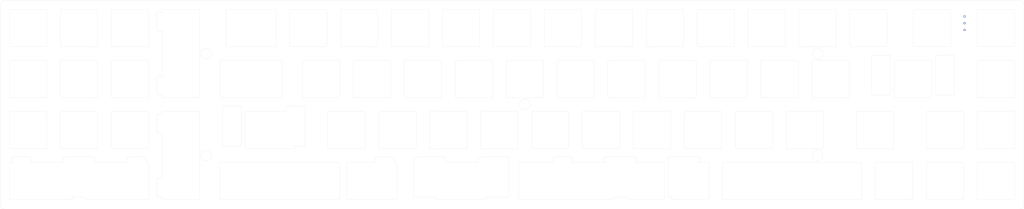
<source format=kicad_pcb>
(kicad_pcb (version 20211014) (generator pcbnew)

  (general
    (thickness 1.6)
  )

  (paper "A3")
  (layers
    (0 "F.Cu" signal)
    (31 "B.Cu" signal)
    (32 "B.Adhes" user "B.Adhesive")
    (33 "F.Adhes" user "F.Adhesive")
    (34 "B.Paste" user)
    (35 "F.Paste" user)
    (36 "B.SilkS" user "B.Silkscreen")
    (37 "F.SilkS" user "F.Silkscreen")
    (38 "B.Mask" user)
    (39 "F.Mask" user)
    (40 "Dwgs.User" user "User.Drawings")
    (41 "Cmts.User" user "User.Comments")
    (42 "Eco1.User" user "User.Eco1")
    (43 "Eco2.User" user "User.Eco2")
    (44 "Edge.Cuts" user)
    (45 "Margin" user)
    (46 "B.CrtYd" user "B.Courtyard")
    (47 "F.CrtYd" user "F.Courtyard")
    (48 "B.Fab" user)
    (49 "F.Fab" user)
  )

  (setup
    (pad_to_mask_clearance 0)
    (aux_axis_origin 15.75875 20.32)
    (grid_origin 15.75875 58.42)
    (pcbplotparams
      (layerselection 0x00010fc_ffffffff)
      (disableapertmacros false)
      (usegerberextensions false)
      (usegerberattributes false)
      (usegerberadvancedattributes false)
      (creategerberjobfile false)
      (svguseinch false)
      (svgprecision 6)
      (excludeedgelayer true)
      (plotframeref false)
      (viasonmask false)
      (mode 1)
      (useauxorigin false)
      (hpglpennumber 1)
      (hpglpenspeed 20)
      (hpglpendiameter 15.000000)
      (dxfpolygonmode true)
      (dxfimperialunits true)
      (dxfusepcbnewfont true)
      (psnegative false)
      (psa4output false)
      (plotreference true)
      (plotvalue true)
      (plotinvisibletext false)
      (sketchpadsonfab false)
      (subtractmaskfromsilk false)
      (outputformat 1)
      (mirror false)
      (drillshape 0)
      (scaleselection 1)
      (outputdirectory "Longboi/plate")
    )
  )

  (net 0 "")

  (gr_arc (start 36.878749 34.589999) (mid 36.732302 34.943552) (end 36.378749 35.089999) (layer "Edge.Cuts") (width 0.05) (tstamp 00695b99-41ae-4d1d-b588-b97f315f435e))
  (gr_line (start 80.028749 46.052999) (end 80.028749 29.176999) (layer "Edge.Cuts") (width 0.05) (tstamp 0224cf14-2098-4f70-b21a-470fd993ddec))
  (gr_line (start 351.934499 38.139999) (end 345.934499 38.139999) (layer "Edge.Cuts") (width 0.05) (tstamp 02625c26-1619-4a34-ac53-79aa859314de))
  (gr_arc (start 275.791249 73.189999) (mid 275.437696 73.043552) (end 275.291249 72.689999) (layer "Edge.Cuts") (width 0.05) (tstamp 0284eea2-1b63-465b-8c40-258be08fb3fd))
  (gr_arc (start 222.116249 40.139999) (mid 222.469802 40.286446) (end 222.616249 40.639999) (layer "Edge.Cuts") (width 0.05) (tstamp 0301a4ae-3cb4-4d49-ad51-adfd3f9e745a))
  (gr_arc (start 189.566249 40.639999) (mid 189.712696 40.286446) (end 190.066249 40.139999) (layer "Edge.Cuts") (width 0.05) (tstamp 047b6dc4-1c0a-4c4e-a6ae-c9fd6720c326))
  (gr_line (start 223.403749 21.089999) (end 236.403749 21.089999) (layer "Edge.Cuts") (width 0.05) (tstamp 04af85fc-40d6-4344-a0c9-58475a6c1149))
  (gr_arc (start 269.741249 59.189999) (mid 270.094802 59.336446) (end 270.241249 59.689999) (layer "Edge.Cuts") (width 0.05) (tstamp 04b8e903-9b4a-4437-a707-137b57e926ed))
  (gr_arc (start 78.028749 60.776999) (mid 78.175196 60.423446) (end 78.528749 60.276999) (layer "Edge.Cuts") (width 0.05) (tstamp 04c0f500-47b0-4a0b-bfcc-e318150ed8ca))
  (gr_line (start 190.066249 40.139999) (end 203.066249 40.139999) (layer "Edge.Cuts") (width 0.05) (tstamp 05136ec1-dedb-47fe-af2e-227640bb27e1))
  (gr_arc (start 375.810499 38.139999) (mid 376.164052 38.286446) (end 376.310499 38.639999) (layer "Edge.Cuts") (width 0.05) (tstamp 05e6eb4b-2f56-4c66-bf5e-51bd6c80798e))
  (gr_arc (start 160.203749 21.089999) (mid 160.557302 21.236446) (end 160.703749 21.589999) (layer "Edge.Cuts") (width 0.05) (tstamp 05ebc9a6-8b61-41bf-9b00-48adfad5cfe6))
  (gr_line (start 155.941249 59.689999) (end 155.941249 72.689999) (layer "Edge.Cuts") (width 0.05) (tstamp 0638ba26-ddfe-4c8e-b54c-5e7f9c75b1f6))
  (gr_line (start 337.703749 21.089999) (end 350.703749 21.089999) (layer "Edge.Cuts") (width 0.05) (tstamp 065d7225-5e88-4223-8a60-7496fcfb807a))
  (gr_arc (start 353.584999 72.689999) (mid 353.438552 73.043552) (end 353.084999 73.189999) (layer "Edge.Cuts") (width 0.05) (tstamp 06901d9e-f62c-4573-b9fa-0fb99c1f2177))
  (gr_line (start 129.747499 72.189999) (end 129.747499 72.689999) (layer "Edge.Cuts") (width 0.05) (tstamp 06971dba-deb4-46c8-98d8-eedcb2977371))
  (gr_line (start 218.641249 59.189999) (end 231.641249 59.189999) (layer "Edge.Cuts") (width 0.05) (tstamp 06c51193-9653-4373-b83c-2bcd44e203e7))
  (gr_line (start 398.828749 78.739999) (end 398.828749 91.739999) (layer "Edge.Cuts") (width 0.05) (tstamp 075820e8-2532-4587-a0bf-8c1c3158861a))
  (gr_arc (start 326.891249 59.189999) (mid 327.244802 59.336446) (end 327.391249 59.689999) (layer "Edge.Cuts") (width 0.05) (tstamp 07998b2c-a2ae-4319-87f0-336c53d5c499))
  (gr_line (start 266.266249 54.139999) (end 279.266249 54.139999) (layer "Edge.Cuts") (width 0.05) (tstamp 07ba9ad1-cb34-4a63-899a-77a067037aa1))
  (gr_arc (start 331.653749 21.089999) (mid 332.007302 21.236446) (end 332.153749 21.589999) (layer "Edge.Cuts") (width 0.05) (tstamp 0800a708-a870-4738-97a1-364a9bb6511a))
  (gr_arc (start 345.934499 53.139999) (mid 345.580946 52.993552) (end 345.434499 52.639999) (layer "Edge.Cuts") (width 0.05) (tstamp 0854a9d7-7ce3-4c6f-a619-4fb589779cf0))
  (gr_arc (start 73.391749 76.239999) (mid 73.745302 76.386446) (end 73.891749 76.739999) (layer "Edge.Cuts") (width 0.05) (tstamp 085d78a1-2f85-4098-93a5-0852c73f4916))
  (gr_line (start 194.041249 59.689999) (end 194.041249 72.689999) (layer "Edge.Cuts") (width 0.05) (tstamp 087f5bb9-2d02-4d2a-b42c-6f60f2f3e20f))
  (gr_arc (start 147.203749 35.089999) (mid 146.850196 34.943552) (end 146.703749 34.589999) (layer "Edge.Cuts") (width 0.05) (tstamp 08907662-7558-4d02-9a82-b308ea32c2d6))
  (gr_line (start 46.403749 91.239999) (end 46.403749 91.739999) (layer "Edge.Cuts") (width 0.05) (tstamp 08a1ba89-7087-41bc-9d60-62cb4ca92aa0))
  (gr_line (start 74.978749 21.589999) (end 74.978749 34.589999) (layer "Edge.Cuts") (width 0.05) (tstamp 08afb58a-4169-4ee6-a497-ed90601c3530))
  (gr_arc (start 78.528749 29.176999) (mid 78.175196 29.030552) (end 78.028749 28.676999) (layer "Edge.Cuts") (width 0.05) (tstamp 0907ea77-309d-4975-8c0e-a5a8247686fd))
  (gr_line (start 101.459999 78.739999) (end 101.459999 91.739999) (layer "Edge.Cuts") (width 0.05) (tstamp 0a23ad67-e84f-4962-a1ff-9c795c145dbd))
  (gr_line (start 180.541249 73.189999) (end 193.541249 73.189999) (layer "Edge.Cuts") (width 0.05) (tstamp 0b413889-ab13-4841-a999-80e24d9cd5ee))
  (gr_arc (start 55.428749 21.089999) (mid 55.782302 21.236446) (end 55.928749 21.589999) (layer "Edge.Cuts") (width 0.05) (tstamp 0b8ab69a-5d5b-4caf-99e7-308fbe6cfca7))
  (gr_arc (start 269.797999 91.239999) (mid 269.444446 91.093552) (end 269.297999 90.739999) (layer "Edge.Cuts") (width 0.05) (tstamp 0bc364ab-c5b3-44f8-bec5-4094e38768f3))
  (gr_line (start 78.028749 60.776999) (end 78.028749 66.776999) (layer "Edge.Cuts") (width 0.05) (tstamp 0be0ec9c-dd4c-4b09-b79e-d52c8f0a3460))
  (gr_line (start 54.841749 78.239999) (end 54.841749 76.739999) (layer "Edge.Cuts") (width 0.05) (tstamp 0c0cc2da-1c78-4613-8315-bcf46948090e))
  (gr_arc (start 132.916249 54.139999) (mid 132.562696 53.993552) (end 132.416249 53.639999) (layer "Edge.Cuts") (width 0.05) (tstamp 0c40303a-2077-46b3-8335-0cd7f08cd319))
  (gr_line (start 366.278749 78.239999) (end 379.278749 78.239999) (layer "Edge.Cuts") (width 0.05) (tstamp 0c726801-b934-45a5-b27b-1802421b3df5))
  (gr_line (start 253.859999 91.239999) (end 253.859999 91.739999) (layer "Edge.Cuts") (width 0.05) (tstamp 0c8c4e96-7400-49ce-b8ed-75965c16d482))
  (gr_arc (start 185.303749 35.089999) (mid 184.950196 34.943552) (end 184.803749 34.589999) (layer "Edge.Cuts") (width 0.05) (tstamp 0cc8622b-6acd-4796-a485-2d3b40221ca0))
  (gr_line (start 351.934499 53.139999) (end 345.934499 53.139999) (layer "Edge.Cuts") (width 0.05) (tstamp 0cea7875-0696-4b62-a1bd-e13cbc2f80fc))
  (gr_arc (start 61.478749 54.139999) (mid 61.125196 53.993552) (end 60.978749 53.639999) (layer "Edge.Cuts") (width 0.05) (tstamp 0cf46e81-69e2-4789-8e57-a257d534e594))
  (gr_arc (start 80.528749 54.139999) (mid 80.175196 53.993552) (end 80.028749 53.639999) (layer "Edge.Cuts") (width 0.05) (tstamp 0d477835-109d-4f1d-9855-c6b3bd1c06d7))
  (gr_arc (start 161.491249 73.189999) (mid 161.137696 73.043552) (end 160.991249 72.689999) (layer "Edge.Cuts") (width 0.05) (tstamp 0d7fbf3e-1193-4a7c-a99f-10787ec4b65d))
  (gr_arc (start 55.928749 34.589999) (mid 55.782302 34.943552) (end 55.428749 35.089999) (layer "Edge.Cuts") (width 0.05) (tstamp 0e9f942e-04a2-4967-a20f-0322f433a2b7))
  (gr_line (start 185.303749 35.089999) (end 198.303749 35.089999) (layer "Edge.Cuts") (width 0.05) (tstamp 0f44a4ed-4463-4842-9e3f-9a34bb5e25e5))
  (gr_line (start 101.459999 40.639999) (end 101.459999 53.639999) (layer "Edge.Cuts") (width 0.05) (tstamp 0f692535-9d2f-4266-b058-094565dbb913))
  (gr_line (start 80.028749 84.152999) (end 78.528749 84.152999) (layer "Edge.Cuts") (width 0.05) (tstamp 0fe2d335-fbc5-470a-84bd-5b80f5155b19))
  (gr_line (start 284.528749 91.739999) (end 284.528749 78.739999) (layer "Edge.Cuts") (width 0.05) (tstamp 105f4895-7075-4faf-b842-2988843ccc79))
  (gr_line (start 227.666249 40.639999) (end 227.666249 53.639999) (layer "Edge.Cuts") (width 0.05) (tstamp 118a9bdc-2b1f-4f3f-b4bd-5885991da4e2))
  (gr_line (start 209.116249 54.139999) (end 222.116249 54.139999) (layer "Edge.Cuts") (width 0.05) (tstamp 122bcd35-e801-4408-a510-20a648a1a2e1))
  (gr_arc (start 255.453749 21.089999) (mid 255.807302 21.236446) (end 255.953749 21.589999) (layer "Edge.Cuts") (width 0.05) (tstamp 12660184-8c5b-4da7-9c48-9b6b9f108fa9))
  (gr_line (start 166.253749 21.089999) (end 179.253749 21.089999) (layer "Edge.Cuts") (width 0.05) (tstamp 1358cff4-a1cb-434c-8af8-f26911547a80))
  (gr_line (start 60.978749 21.589999) (end 60.978749 34.589999) (layer "Edge.Cuts") (width 0.05) (tstamp 141e52b1-0979-4a0b-8d96-c5d6ec1e19be))
  (gr_line (start 304.366249 54.139999) (end 317.366249 54.139999) (layer "Edge.Cuts") (width 0.05) (tstamp 142938cd-c1f1-496f-87f9-ce35388f08cd))
  (gr_arc (start 376.310499 52.639999) (mid 376.164052 52.993552) (end 375.810499 53.139999) (layer "Edge.Cuts") (width 0.05) (tstamp 14f348ad-c9c1-4b27-983e-0fdf134aebb4))
  (gr_line (start 147.203749 21.089999) (end 160.203749 21.089999) (layer "Edge.Cuts") (width 0.05) (tstamp 14fed118-9356-4bd7-9725-712b0ee562db))
  (gr_line (start 308.341249 59.689999) (end 308.341249 72.689999) (layer "Edge.Cuts") (width 0.05) (tstamp 151076f1-277b-4600-b299-939c52332c01))
  (gr_arc (start 227.666249 40.639999) (mid 227.812696 40.286446) (end 228.166249 40.139999) (layer "Edge.Cuts") (width 0.05) (tstamp 1514779a-01f5-42c6-93c7-7ff11bed45bc))
  (gr_line (start 73.391749 76.239999) (end 67.391749 76.239999) (layer "Edge.Cuts") (width 0.05) (tstamp 15c86530-4d16-4839-9bc6-a23bfedaa98a))
  (gr_line (start 60.978749 40.639999) (end 60.978749 53.639999) (layer "Edge.Cuts") (width 0.05) (tstamp 169c9d17-110b-4c3b-b53f-722f145c0857))
  (gr_arc (start 299.103749 21.589999) (mid 299.250196 21.236446) (end 299.603749 21.089999) (layer "Edge.Cuts") (width 0.05) (tstamp 16d62a37-8b6b-4e51-bc7b-4763aa0a3148))
  (gr_line (start 318.653749 35.089999) (end 331.653749 35.089999) (layer "Edge.Cuts") (width 0.05) (tstamp 16d960bd-0463-4cb9-93db-c3aa1dcdca90))
  (gr_arc (start 30.465749 76.239999) (mid 30.819302 76.386446) (end 30.965749 76.739999) (layer "Edge.Cuts") (width 0.05) (tstamp 16fd7bc6-973c-494f-947a-ecf896814c68))
  (gr_line (start 149.084999 78.739999) (end 149.084999 91.739999) (layer "Edge.Cuts") (width 0.05) (tstamp 17c2725f-9658-4fb4-b7ca-c275b3a5c755))
  (gr_line (start 384.828749 78.739999) (end 384.828749 91.739999) (layer "Edge.Cuts") (width 0.05) (tstamp 18681c16-ed7a-44c6-9e6c-9ce6000a9cd7))
  (gr_line (start 332.153749 21.589999) (end 332.153749 34.589999) (layer "Edge.Cuts") (width 0.05) (tstamp 18d217bf-32dc-4c16-ba7a-14e79f17eef7))
  (gr_line (start 151.466249 40.639999) (end 151.466249 53.639999) (layer "Edge.Cuts") (width 0.05) (tstamp 19242da7-36d2-4a1d-8607-95b8164cb992))
  (gr_arc (start 336.916249 53.639999) (mid 336.769802 53.993552) (end 336.416249 54.139999) (layer "Edge.Cuts") (width 0.05) (tstamp 19496527-8bf8-4d63-b459-9f10c9e5f48e))
  (gr_line (start 80.528749 92.239999) (end 93.528749 92.239999) (layer "Edge.Cuts") (width 0.05) (tstamp 199dc825-7002-4863-bcdd-3a1ad74ccf97))
  (gr_line (start 337.203749 21.589999) (end 337.203749 34.589999) (layer "Edge.Cuts") (width 0.05) (tstamp 19cfca16-b3cf-4373-aa4f-0b4921bfb7ab))
  (gr_line (start 290.078749 78.239999) (end 341.178749 78.239999) (layer "Edge.Cuts") (width 0.05) (tstamp 1a364705-534f-4875-bf69-379de7011ac9))
  (gr_arc (start 313.391249 59.689999) (mid 313.537696 59.336446) (end 313.891249 59.189999) (layer "Edge.Cuts") (width 0.05) (tstamp 1af7efe2-8859-415c-9e6f-ceccc4417009))
  (gr_line (start 226.371999 78.24) (end 213.878749 78.239999) (layer "Edge.Cuts") (width 0.05) (tstamp 1baa054f-91c8-4b60-a0fc-158a3773663d))
  (gr_line (start 174.991249 59.689999) (end 174.991249 72.689999) (layer "Edge.Cuts") (width 0.05) (tstamp 1bba116a-bdb5-4f85-949c-977f06a114cf))
  (gr_circle (center 96.553749 75.714999) (end 98.553749 75.714999) (layer "Edge.Cuts") (width 0.05) (fill none) (tstamp 1c010be6-9c7e-4978-b353-2c4eeb2cb2eb))
  (gr_line (start 101.959999 54.139999) (end 124.484999 54.139999) (layer "Edge.Cuts") (width 0.05) (tstamp 1d4618df-ef6b-4963-94af-4d17935ee983))
  (gr_arc (start 41.928749 59.689999) (mid 42.075196 59.336446) (end 42.428749 59.189999) (layer "Edge.Cuts") (width 0.05) (tstamp 1dbbd042-b212-4933-895e-d1a10aa96c60))
  (gr_line (start 285.316249 54.139999) (end 298.316249 54.139999) (layer "Edge.Cuts") (width 0.05) (tstamp 1e8e6197-6565-4cac-a459-e3db53b2756e))
  (gr_line (start 228.166249 40.139999) (end 241.166249 40.139999) (layer "Edge.Cuts") (width 0.05) (tstamp 1e96e02b-d1f4-419f-8b2b-1b8786f33b29))
  (gr_arc (start 166.253749 35.089999) (mid 165.900196 34.943552) (end 165.753749 34.589999) (layer "Edge.Cuts") (width 0.05) (tstamp 1eb5b563-08da-43df-964a-cad136b36b3a))
  (gr_arc (start 308.341249 72.689999) (mid 308.194802 73.043552) (end 307.841249 73.189999) (layer "Edge.Cuts") (width 0.05) (tstamp 1ff2a03b-2645-4e81-a468-19778befb2ef))
  (gr_line (start 132.916249 54.139999) (end 145.916249 54.139999) (layer "Edge.Cuts") (width 0.05) (tstamp 205d52e3-c974-4bc8-a53b-45f9f67a9079))
  (gr_line (start 184.516249 40.639999) (end 184.516249 53.639999) (layer "Edge.Cuts") (width 0.05) (tstamp 21900cc2-050f-4d84-ae73-0b4574cdb445))
  (gr_line (start 61.478749 35.089999) (end 74.478749 35.089999) (layer "Edge.Cuts") (width 0.05) (tstamp 2192543b-1f19-48a7-920c-458cbe5b4470))
  (gr_line (start 189.566249 40.639999) (end 189.566249 53.639999) (layer "Edge.Cuts") (width 0.05) (tstamp 21e37075-3372-42c9-baf4-17f46b4a1574))
  (gr_arc (start 78.028749 22.676999) (mid 78.175196 22.323446) (end 78.528749 22.176999) (layer "Edge.Cuts") (width 0.05) (tstamp 225d9973-0d16-404f-a59a-61ac2b9c1842))
  (gr_line (start 185.746999 78.239999) (end 185.746999 76.739999) (layer "Edge.Cuts") (width 0.05) (tstamp 2262efce-e30b-49f1-9e54-e069ee445ec6))
  (gr_arc (start 365.778749 59.689999) (mid 365.925196 59.336446) (end 366.278749 59.189999) (layer "Edge.Cuts") (width 0.05) (tstamp 234b3a37-930c-45d0-b18e-51e4d46299c6))
  (gr_line (start 242.453749 35.089999) (end 255.453749 35.089999) (layer "Edge.Cuts") (width 0.05) (tstamp 25087f50-b4bd-4ba8-9294-4cb0f29516ca))
  (gr_line (start 185.246999 76.239999) (end 174.522499 76.239999) (layer "Edge.Cuts") (width 0.05) (tstamp 251710d1-ae3d-4d42-9edd-8d6bfa981b0d))
  (gr_arc (start 194.041249 72.689999) (mid 193.894802 73.043552) (end 193.541249 73.189999) (layer "Edge.Cuts") (width 0.05) (tstamp 2523324a-ade5-4c85-bd2b-859aa5063a61))
  (gr_line (start 275.791249 73.189999) (end 288.791249 73.189999) (layer "Edge.Cuts") (width 0.05) (tstamp 25448647-7995-44ef-8973-5bf455b67ead))
  (gr_arc (start 351.934499 38.139999) (mid 352.288052 38.286446) (end 352.434499 38.639999) (layer "Edge.Cuts") (width 0.05) (tstamp 257f6d1f-33b3-4c12-882f-20c2af0f49e7))
  (gr_arc (start 241.666249 53.639999) (mid 241.519802 53.993552) (end 241.166249 54.139999) (layer "Edge.Cuts") (width 0.05) (tstamp 25bb7b42-b7bf-478a-b5a9-3aa1c04ce4dc))
  (gr_line (start 232.141249 59.689999) (end 232.141249 72.689999) (layer "Edge.Cuts") (width 0.05) (tstamp 25cff1ca-78d7-4128-89ab-da7bf70f2602))
  (gr_line (start 73.891749 78.239999) (end 74.478749 78.239999) (layer "Edge.Cuts") (width 0.05) (tstamp 262fe5b5-5822-41bc-9496-de489737a55a))
  (gr_arc (start 198.303749 21.089999) (mid 198.657302 21.236446) (end 198.803749 21.589999) (layer "Edge.Cuts") (width 0.05) (tstamp 27073ea1-57ec-4c70-8b6d-332beba2bfcc))
  (gr_arc (start 141.153749 21.089999) (mid 141.507302 21.236446) (end 141.653749 21.589999) (layer "Edge.Cuts") (width 0.05) (tstamp 278e4f6b-b58a-4976-852f-e23437eaee4b))
  (gr_arc (start 166.228749 76.239999) (mid 166.582302 76.386446) (end 166.728749 76.739999) (layer "Edge.Cuts") (width 0.05) (tstamp 2839e0ba-79e1-44f7-825d-648163a3b838))
  (gr_arc (start 222.903749 21.589999) (mid 223.050196 21.236446) (end 223.403749 21.089999) (layer "Edge.Cuts") (width 0.05) (tstamp 28b39963-0f35-4e53-8780-ca410174b519))
  (gr_arc (start 280.053749 21.589999) (mid 280.200196 21.236446) (end 280.553749 21.089999) (layer "Edge.Cuts") (width 0.05) (tstamp 292faba3-54c0-4c27-adfa-e1568e9962e1))
  (gr_arc (start 80.028749 21.589999) (mid 80.175196 21.236446) (end 80.528749 21.089999) (layer "Edge.Cuts") (width 0.05) (tstamp 29790fe9-52bc-418c-9ad5-790add6a2522))
  (gr_line (start 384.828749 21.589999) (end 384.828749 34.589999) (layer "Edge.Cuts") (width 0.05) (tstamp 2a00f527-9644-4087-8a20-d9158d564459))
  (gr_arc (start 142.441249 73.189999) (mid 142.087696 73.043552) (end 141.941249 72.689999) (layer "Edge.Cuts") (width 0.05) (tstamp 2acf182f-461e-4bac-ab0d-89e3bc2e6da3))
  (gr_arc (start 384.828749 78.739999) (mid 384.975196 78.386446) (end 385.328749 78.239999) (layer "Edge.Cuts") (width 0.05) (tstamp 2bbd89c1-b007-429a-9dff-e14382f03316))
  (gr_arc (start 149.584999 92.239999) (mid 149.231446 92.093552) (end 149.084999 91.739999) (layer "Edge.Cuts") (width 0.05) (tstamp 2ca0c609-088e-4b74-b64e-c145dd61f5b0))
  (gr_arc (start 385.328749 54.139999) (mid 384.975196 53.993552) (end 384.828749 53.639999) (layer "Edge.Cuts") (width 0.05) (tstamp 2ca21b2e-d6ce-4ca0-b605-a46322f25de8))
  (gr_line (start 23.965749 78.239999) (end 23.965749 76.739999) (layer "Edge.Cuts") (width 0.05) (tstamp 2d91d3a2-f485-4325-9d18-f6078b20c3d9))
  (gr_circle (center 215.616249 56.664999) (end 217.616249 56.664999) (layer "Edge.Cuts") (width 0.05) (fill none) (tstamp 2e6327a3-35fe-438e-8ec1-6e40d1270133))
  (gr_arc (start 170.516249 40.639999) (mid 170.662696 40.286446) (end 171.016249 40.139999) (layer "Edge.Cuts") (width 0.05) (tstamp 2e65550c-5d47-4075-a364-e93cc9eff1cb))
  (gr_arc (start 284.816249 40.639999) (mid 284.962696 40.286446) (end 285.316249 40.139999) (layer "Edge.Cuts") (width 0.05) (tstamp 2f634a03-02f6-4cb4-a723-2198bc6849a8))
  (gr_line (start 270.241249 59.689999) (end 270.241249 72.689999) (layer "Edge.Cuts") (width 0.05) (tstamp 2fa11e32-4bd8-45ce-8c2c-35ccd67a168c))
  (gr_arc (start 369.810499 53.139999) (mid 369.456946 52.993552) (end 369.310499 52.639999) (layer "Edge.Cuts") (width 0.05) (tstamp 2fc727a1-ec81-47ac-a10d-f19fac44bdc1))
  (gr_arc (start 318.153749 21.589999) (mid 318.300196 21.236446) (end 318.653749 21.089999) (layer "Edge.Cuts") (width 0.05) (tstamp 2fe3e09e-e40d-4331-a327-7937e3169a27))
  (gr_line (start 160.991249 59.689999) (end 160.991249 72.689999) (layer "Edge.Cuts") (width 0.05) (tstamp 300d3829-fc82-48e7-ac07-aac27b4af0e3))
  (gr_line (start 23.378749 54.139999) (end 36.378749 54.139999) (layer "Edge.Cuts") (width 0.05) (tstamp 30856079-954d-4209-96ee-90bd6187a7be))
  (gr_line (start 30.965749 78.239999) (end 43.015749 78.239999) (layer "Edge.Cuts") (width 0.05) (tstamp 30da22f2-e634-49a5-abeb-82d507c89cca))
  (gr_line (start 159.728749 78.239999) (end 159.728749 76.739999) (layer "Edge.Cuts") (width 0.05) (tstamp 317e4bb7-b92d-4b12-8adc-1e79f8571c3b))
  (gr_line (start 165.753749 21.589999) (end 165.753749 34.589999) (layer "Edge.Cuts") (width 0.05) (tstamp 31ab64e0-53f7-4913-bd34-19d3417091dc))
  (gr_line (start 151.966249 54.139999) (end 164.966249 54.139999) (layer "Edge.Cuts") (width 0.05) (tstamp 325cf2a4-77b2-46b4-a4a2-ceda54060c78))
  (gr_arc (start 42.428749 73.189999) (mid 42.075196 73.043552) (end 41.928749 72.689999) (layer "Edge.Cuts") (width 0.05) (tstamp 32f132ff-80c0-4615-8075-f789076e3197))
  (gr_arc (start 354.372499 54.139999) (mid 354.018946 53.993552) (end 353.872499 53.639999) (layer "Edge.Cuts") (width 0.05) (tstamp 33042cdf-7314-468a-95d2-e6be8488e643))
  (gr_line (start 246.716249 40.639999) (end 246.716249 53.639999) (layer "Edge.Cuts") (width 0.05) (tstamp 33392c3c-ae74-4e1d-b00a-f1e768d805af))
  (gr_arc (start 129.747499 72.689999) (mid 129.601052 73.043552) (end 129.247499 73.189999) (layer "Edge.Cuts") (width 0.05) (tstamp 33f6c76b-ac06-480b-95c5-a57210b9bb5f))
  (gr_line (start 74.978749 59.689999) (end 74.978749 72.689999) (layer "Edge.Cuts") (width 0.05) (tstamp 33f91995-d488-4307-a8f6-22403ff4c7fc))
  (gr_arc (start 398.828749 72.689999) (mid 398.682302 73.043552) (end 398.328749 73.189999) (layer "Edge.Cuts") (width 0.05) (tstamp 344fcfc7-dd3f-4d17-95e0-70ba7315163c))
  (gr_line (start 170.516249 40.639999) (end 170.516249 53.639999) (layer "Edge.Cuts") (width 0.05) (tstamp 3502fd19-084e-4c70-ac89-cc0767d2b19f))
  (gr_arc (start 379.778749 72.689999) (mid 379.632302 73.043552) (end 379.278749 73.189999) (layer "Edge.Cuts") (width 0.05) (tstamp 35295ad0-1053-463c-a321-beb70a7aafb9))
  (gr_arc (start 347.228749 92.239999) (mid 346.875196 92.093552) (end 346.728749 91.739999) (layer "Edge.Cuts") (width 0.05) (tstamp 355b9530-f920-4d58-82da-be4e11708515))
  (gr_line (start 166.728749 78.239999) (end 167.347499 78.239999) (layer "Edge.Cuts") (width 0.05) (tstamp 35898f2f-d588-473c-b593-40c71bb95dd9))
  (gr_line (start 60.978749 59.689999) (end 60.978749 72.689999) (layer "Edge.Cuts") (width 0.05) (tstamp 358fd5c9-f84e-4069-bd9a-d869ce3bb8bc))
  (gr_line (start 30.965749 78.239999) (end 30.965749 76.739999) (layer "Edge.Cuts") (width 0.05) (tstamp 3594bcdb-e0b9-4687-a8a8-62633205317f))
  (gr_line (start 298.816249 40.639999) (end 298.816249 53.639999) (layer "Edge.Cuts") (width 0.05) (tstamp 3610b90e-9304-4e48-8e46-e436183f816b))
  (gr_line (start 61.478749 59.189999) (end 74.478749 59.189999) (layer "Edge.Cuts") (width 0.05) (tstamp 3733d877-d9da-4648-a949-22f945038034))
  (gr_line (start 279.766249 40.639999) (end 279.766249 53.639999) (layer "Edge.Cuts") (width 0.05) (tstamp 37867619-2653-4cf4-b814-8e8ddc7ccb33))
  (gr_arc (start 289.578749 78.739999) (mid 289.725196 78.386446) (end 290.078749 78.239999) (layer "Edge.Cuts") (width 0.05) (tstamp 387faa62-d4c9-40f0-b2b0-efadcb1d34bd))
  (gr_arc (start 384.828749 40.639999) (mid 384.975196 40.286446) (end 385.328749 40.139999) (layer "Edge.Cuts") (width 0.05) (tstamp 38cdb7d8-2382-49b0-9606-658fec11423d))
  (gr_line (start 160.703749 21.589999) (end 160.703749 34.589999) (layer "Edge.Cuts") (width 0.05) (tstamp 38d13953-92c6-47b3-8802-e954a580f224))
  (gr_line (start 256.741249 73.189999) (end 269.741249 73.189999) (layer "Edge.Cuts") (width 0.05) (tstamp 397fe221-b63c-4a51-aaef-a5ee5bab321d))
  (gr_arc (start 159.728749 76.739999) (mid 159.875196 76.386446) (end 160.228749 76.239999) (layer "Edge.Cuts") (width 0.05) (tstamp 39983df3-0b7c-40cf-b9f6-d8519db54ee5))
  (gr_line (start 51.453749 91.239999) (end 46.403749 91.239999) (layer "Edge.Cuts") (width 0.05) (tstamp 3a4d4c02-8242-4ff4-b7e9-53f37bbdf8ae))
  (gr_line (start 365.778749 78.739999) (end 365.778749 91.739999) (layer "Edge.Cuts") (width 0.05) (tstamp 3a794a7e-0a71-4134-ad69-055d582ddb63))
  (gr_arc (start 171.016249 54.139999) (mid 170.662696 53.993552) (end 170.516249 53.639999) (layer "Edge.Cuts") (width 0.05) (tstamp 3be28b18-f832-4e30-ad1b-6ebd8cdc91ad))
  (gr_arc (start 122.103749 21.089999) (mid 122.457302 21.236446) (end 122.603749 21.589999) (layer "Edge.Cuts") (width 0.05) (tstamp 3bfd1900-5630-4aa2-a681-b298667da9fd))
  (gr_circle (center 325.153749 75.714999) (end 327.153749 75.714999) (layer "Edge.Cuts") (width 0.05) (fill none) (tstamp 3c347d80-6bcf-41b5-a713-94b8ccd92330))
  (gr_line (start 242.453749 21.089999) (end 255.453749 21.089999) (layer "Edge.Cuts") (width 0.05) (tstamp 3c578d30-6961-4395-87c2-9c24073d8aa0))
  (gr_arc (start 402.353749 93.764999) (mid 401.767963 95.179213) (end 400.353749 95.764999) (layer "Edge.Cuts") (width 0.05) (tstamp 3c6d702f-cace-46eb-adf0-11e4f0368ceb))
  (gr_line (start 133.422999 71.689999) (end 133.422999 57.689999) (layer "Edge.Cuts") (width 0.05) (tstamp 3cbc5524-fc0a-46f7-9e63-5261f3bcd6ad))
  (gr_line (start 347.228749 78.239999) (end 360.228749 78.239999) (layer "Edge.Cuts") (width 0.05) (tstamp 3cc5915d-39b7-411a-a2b1-4dc4d5b8b023))
  (gr_line (start 78.028749 84.652999) (end 78.028749 90.652999) (layer "Edge.Cuts") (width 0.05) (tstamp 3d5a07a7-d1ad-48b2-ba9a-051332fb8ca3))
  (gr_line (start 275.791249 59.189999) (end 288.791249 59.189999) (layer "Edge.Cuts") (width 0.05) (tstamp 3d7c64a0-32d3-4262-a124-48efb63624e0))
  (gr_arc (start 280.522499 76.239999) (mid 280.876052 76.386446) (end 281.022499 76.739999) (layer "Edge.Cuts") (width 0.05) (tstamp 3dc944bf-1e6c-4a3a-b9b4-8a9fdae05a90))
  (gr_line (start 285.316249 40.139999) (end 298.316249 40.139999) (layer "Edge.Cuts") (width 0.05) (tstamp 3e4ca95f-d4e3-4cd1-88af-0de20b00c444))
  (gr_line (start 299.103749 21.589999) (end 299.103749 34.589999) (layer "Edge.Cuts") (width 0.05) (tstamp 3e68941e-2640-4362-b869-4ce796e55e4e))
  (gr_arc (start 345.434499 38.639999) (mid 345.580946 38.286446) (end 345.934499 38.139999) (layer "Edge.Cuts") (width 0.05) (tstamp 3f599525-8211-46a7-a6bb-60db6a40aae0))
  (gr_arc (start 36.378749 59.189999) (mid 36.732302 59.336446) (end 36.878749 59.689999) (layer "Edge.Cuts") (width 0.05) (tstamp 4099f32b-1f86-438d-9ba4-d491f1417906))
  (gr_line (start 237.691249 59.189999) (end 250.691249 59.189999) (layer "Edge.Cuts") (width 0.05) (tstamp 40aa2044-0ae9-4716-9c15-81310bc75b22))
  (gr_arc (start 41.928749 40.639999) (mid 42.075196 40.286446) (end 42.428749 40.139999) (layer "Edge.Cuts") (width 0.05) (tstamp 40c9c15b-adf4-484d-9f91-52ed98bee0f1))
  (gr_arc (start 127.653749 21.589999) (mid 127.800196 21.236446) (end 128.153749 21.089999) (layer "Edge.Cuts") (width 0.05) (tstamp 40f5a5e6-73e6-4731-b8dc-cd71a2e76ac1))
  (gr_arc (start 375.016249 34.589999) (mid 374.869802 34.943552) (end 374.516249 35.089999) (layer "Edge.Cuts") (width 0.05) (tstamp 4166f6c6-c2c0-47bf-b72e-9b6eb94abd17))
  (gr_arc (start 353.872499 40.639999) (mid 354.018946 40.286446) (end 354.372499 40.139999) (layer "Edge.Cuts") (width 0.05) (tstamp 419d0d48-ad3f-47ad-828b-d29bd36c7a06))
  (gr_arc (start 289.291249 72.689999) (mid 289.144802 73.043552) (end 288.791249 73.189999) (layer "Edge.Cuts") (width 0.05) (tstamp 41e3bb89-4636-4270-99b4-1fbb3e91b01b))
  (gr_line (start 94.028749 59.689999) (end 94.028749 91.739999) (layer "Edge.Cuts") (width 0.05) (tstamp 41fdbfc8-874e-45f0-8195-646e90975b76))
  (gr_arc (start 332.153749 34.589999) (mid 332.007302 34.943552) (end 331.653749 35.089999) (layer "Edge.Cuts") (width 0.05) (tstamp 4218bcaa-7c7b-4d01-abbc-6406c85d5936))
  (gr_line (start 209.122999 91.239999) (end 201.184999 91.239999) (layer "Edge.Cuts") (width 0.05) (tstamp 4246d919-fb87-4569-bda0-ea5af753d640))
  (gr_arc (start 275.003749 34.589999) (mid 274.857302 34.943552) (end 274.503749 35.089999) (layer "Edge.Cuts") (width 0.05) (tstamp 425a8e07-eb05-48a6-9b14-a7904c44fbab))
  (gr_line (start 199.591249 73.189999) (end 212.591249 73.189999) (layer "Edge.Cuts") (width 0.05) (tstamp 42b3fc13-cb4c-4c03-b403-8f6144fd61af))
  (gr_line (start 260.716249 40.639999) (end 260.716249 53.639999) (layer "Edge.Cuts") (width 0.05) (tstamp 4314a106-7fec-4cd4-bcb5-fa7575c735c6))
  (gr_line (start 151.966249 40.139999) (end 164.966249 40.139999) (layer "Edge.Cuts") (width 0.05) (tstamp 448c0acb-1090-4407-8dd2-67553bc6f1b5))
  (gr_arc (start 284.028749 78.239999) (mid 284.382302 78.386446) (end 284.528749 78.739999) (layer "Edge.Cuts") (width 0.05) (tstamp 44dda5ce-b36e-417a-8bee-7eda734a34ff))
  (gr_line (start 366.278749 92.239999) (end 379.278749 92.239999) (layer "Edge.Cuts") (width 0.05) (tstamp 451770a6-e174-466e-96b4-e54e27335cf6))
  (gr_line (start 23.378749 73.189999) (end 36.378749 73.189999) (layer "Edge.Cuts") (width 0.05) (tstamp 453e140d-844a-4c7f-8853-a5139eb8bbf9))
  (gr_arc (start 265.766249 40.639999) (mid 265.912696 40.286446) (end 266.266249 40.139999) (layer "Edge.Cuts") (width 0.05) (tstamp 458d323a-0d9f-4146-9ffa-91e143099f04))
  (gr_arc (start 94.028749 53.639999) (mid 93.882302 53.993552) (end 93.528749 54.139999) (layer "Edge.Cuts") (width 0.05) (tstamp 462c3ed3-e74e-4ee6-b1fa-b63255548e94))
  (gr_line (start 161.491249 59.189999) (end 174.491249 59.189999) (layer "Edge.Cuts") (width 0.05) (tstamp 4633d7bf-0338-406b-9257-f799d736eb2d))
  (gr_arc (start 74.978749 53.639999) (mid 74.832302 53.993552) (end 74.478749 54.139999) (layer "Edge.Cuts") (width 0.05) (tstamp 4638590f-4f2e-4ec2-b59c-08c663f08a48))
  (gr_arc (start 101.959999 54.139999) (mid 101.606446 53.993552) (end 101.459999 53.639999) (layer "Edge.Cuts") (width 0.05) (tstamp 466b79ff-22ab-431c-8288-aa0074739963))
  (gr_arc (start 66.891749 76.739999) (mid 67.038196 76.386446) (end 67.391749 76.239999) (layer "Edge.Cuts") (width 0.05) (tstamp 469d0695-475a-444a-9f33-78ae4de4676d))
  (gr_line (start 248.309999 92.239999) (end 213.878749 92.239999) (layer "Edge.Cuts") (width 0.05) (tstamp 474435d5-e7c1-41e9-8b28-e22836023735))
  (gr_arc (start 317.366249 40.139999) (mid 317.719802 40.286446) (end 317.866249 40.639999) (layer "Edge.Cuts") (width 0.05) (tstamp 4765d818-81cd-4ea3-bd7b-485a3258ee1e))
  (gr_arc (start 367.372499 40.139999) (mid 367.726052 40.286446) (end 367.872499 40.639999) (layer "Edge.Cuts") (width 0.05) (tstamp 49ad1df5-1ee4-4b4d-a502-67993612e8ae))
  (gr_arc (start 124.484999 40.139999) (mid 124.838552 40.286446) (end 124.984999 40.639999) (layer "Edge.Cuts") (width 0.05) (tstamp 49f0b581-b6b7-4f2a-83dc-0d887ae67b70))
  (gr_arc (start 101.459999 78.739999) (mid 101.606446 78.386446) (end 101.959999 78.239999) (layer "Edge.Cuts") (width 0.05) (tstamp 4aa163e1-06d9-4664-a400-5be457412512))
  (gr_arc (start 184.016249 40.139999) (mid 184.369802 40.286446) (end 184.516249 40.639999) (layer "Edge.Cuts") (width 0.05) (tstamp 4ad7d6e2-c100-4878-9a8f-547299f26464))
  (gr_line (start 55.928749 59.689999) (end 55.928749 72.689999) (layer "Edge.Cuts") (width 0.05) (tstamp 4b14e05e-230b-4390-88f2-d79de2419122))
  (gr_line (start 354.372499 54.139999) (end 367.372499 54.139999) (layer "Edge.Cuts") (width 0.05) (tstamp 4b8d9034-6971-4818-8d6b-62278904d05c))
  (gr_arc (start 384.828749 59.689999) (mid 384.975196 59.336446) (end 385.328749 59.189999) (layer "Edge.Cuts") (width 0.05) (tstamp 4c26e988-1da3-43a1-93e9-cb57c93f864a))
  (gr_arc (start 260.216249 40.139999) (mid 260.569802 40.286446) (end 260.716249 40.639999) (layer "Edge.Cuts") (width 0.05) (tstamp 4c2fb9d5-15b0-4674-b177-480e81082f03))
  (gr_arc (start 255.953749 34.589999) (mid 255.807302 34.943552) (end 255.453749 35.089999) (layer "Edge.Cuts") (width 0.05) (tstamp 4c458070-a8f5-4490-838f-2b8bde338990))
  (gr_line (start 353.872499 40.639999) (end 353.872499 53.639999) (layer "Edge.Cuts") (width 0.05) (tstamp 4c5d6390-e55a-4a09-93dc-44361ad4ee4b))
  (gr_line (start 180.541249 59.189999) (end 193.541249 59.189999) (layer "Edge.Cuts") (width 0.05) (tstamp 4c705d31-fda0-487b-a7b6-d8ec2c952fe2))
  (gr_line (start 102.546999 71.689999) (end 102.546999 57.689999) (layer "Edge.Cuts") (width 0.05) (tstamp 4ce96f59-f431-4993-9ecf-5c50e180ab56))
  (gr_arc (start 60.978749 21.589999) (mid 61.125196 21.236446) (end 61.478749 21.089999) (layer "Edge.Cuts") (width 0.05) (tstamp 4d4e426a-9a6c-4a5e-be2f-ae1c7dbbb7e9))
  (gr_arc (start 151.966249 54.139999) (mid 151.612696 53.993552) (end 151.466249 53.639999) (layer "Edge.Cuts") (width 0.05) (tstamp 4ec9fb32-35ca-4942-90cc-7c7b290694f9))
  (gr_arc (start 236.903749 34.589999) (mid 236.757302 34.943552) (end 236.403749 35.089999) (layer "Edge.Cuts") (width 0.05) (tstamp 4ee7d6c7-85b8-48fc-bb13-2d0585729c74))
  (gr_arc (start 22.878749 59.689999) (mid 23.025196 59.336446) (end 23.378749 59.189999) (layer "Edge.Cuts") (width 0.05) (tstamp 4f59afea-52a6-42ef-a827-b3f6d4652563))
  (gr_line (start 402.353749 19.564999) (end 402.353749 93.764999) (layer "Edge.Cuts") (width 0.05) (tstamp 4f7f2435-cc27-4a43-8b08-7547c5c1e38a))
  (gr_line (start 145.916249 92.239999) (end 101.959999 92.239999) (layer "Edge.Cuts") (width 0.05) (tstamp 4fa48baa-825e-424e-8e92-0063a980b8cc))
  (gr_arc (start 74.978749 91.739999) (mid 74.832302 92.093552) (end 74.478749 92.239999) (layer "Edge.Cuts") (width 0.05) (tstamp 4fd54c0d-9dd4-43ee-a830-59dc50acba81))
  (gr_line (start 351.203749 21.589999) (end 351.203749 34.589999) (layer "Edge.Cuts") (width 0.05) (tstamp 5066f816-036b-494e-af0e-2f19a57ec17a))
  (gr_arc (start 80.528749 92.239999) (mid 80.175196 92.093552) (end 80.028749 91.739999) (layer "Edge.Cuts") (width 0.05) (tstamp 50858b5b-722c-4482-9aac-142dabb310bd))
  (gr_arc (start 385.328749 92.239999) (mid 384.975196 92.093552) (end 384.828749 91.739999) (layer "Edge.Cuts") (width 0.05) (tstamp 5089e483-5011-428f-85f0-f028638e73a3))
  (gr_line (start 61.478749 73.189999) (end 74.478749 73.189999) (layer "Edge.Cuts") (width 0.05) (tstamp 50f22588-f9a6-4924-a419-40158958fedb))
  (gr_line (start 179.753749 21.589999) (end 179.753749 34.589999) (layer "Edge.Cuts") (width 0.05) (tstamp 512379a8-ee78-4f23-b780-7ee043045d7a))
  (gr_line (start 303.866249 40.639999) (end 303.866249 53.639999) (layer "Edge.Cuts") (width 0.05) (tstamp 513f7c3d-f3e9-47b8-a3ca-cf2190e6b973))
  (gr_arc (start 78.028749 84.652999) (mid 78.175196 84.299446) (end 78.528749 84.152999) (layer "Edge.Cuts") (width 0.05) (tstamp 51b5800b-b46a-41ae-9828-338530f43dcd))
  (gr_arc (start 267.859999 91.739999) (mid 267.713552 92.093552) (end 267.359999 92.239999) (layer "Edge.Cuts") (width 0.05) (tstamp 51f79f05-340d-40ef-a72d-4e14bdb48b7b))
  (gr_arc (start 318.653749 35.089999) (mid 318.300196 34.943552) (end 318.153749 34.589999) (layer "Edge.Cuts") (width 0.05) (tstamp 524c1bfe-b619-49b3-afad-95ebbee18503))
  (gr_arc (start 398.328749 21.089999) (mid 398.682302 21.236446) (end 398.828749 21.589999) (layer "Edge.Cuts") (width 0.05) (tstamp 53296014-5094-4e22-b24e-59daa113fcf1))
  (gr_line (start 80.028749 22.176999) (end 78.528749 22.176999) (layer "Edge.Cuts") (width 0.05) (tstamp 53a6e721-de6a-4932-a8a2-3981683fdfe9))
  (gr_arc (start 269.297999 76.739999) (mid 269.444446 76.386446) (end 269.797999 76.239999) (layer "Edge.Cuts") (width 0.05) (tstamp 53f805c2-1091-40cd-afa0-b4caed3f4d3d))
  (gr_line (start 340.084999 73.189999) (end 353.084999 73.189999) (layer "Edge.Cuts") (width 0.05) (tstamp 5485f55d-001c-4810-851b-b68dca23d6ac))
  (gr_arc (start 145.916249 40.139999) (mid 146.269802 40.286446) (end 146.416249 40.639999) (layer "Edge.Cuts") (width 0.05) (tstamp 54afe454-2abb-4c9c-804f-c6f9b309b73e))
  (gr_arc (start 217.353749 21.089999) (mid 217.707302 21.236446) (end 217.853749 21.589999) (layer "Edge.Cuts") (width 0.05) (tstamp 55072206-ffb3-4ffd-8420-58de0d81d008))
  (gr_arc (start 267.359999 78.239999) (mid 267.713552 78.386446) (end 267.859999 78.739999) (layer "Edge.Cuts") (width 0.05) (tstamp 551218fd-4631-4787-afdb-1b99967a8cf8))
  (gr_line (start 23.378749 40.139999) (end 36.378749 40.139999) (layer "Edge.Cuts") (width 0.05) (tstamp 55599e90-4ee1-4fdd-a58b-6aaa549f15fb))
  (gr_arc (start 279.766249 53.639999) (mid 279.619802 53.993552) (end 279.266249 54.139999) (layer "Edge.Cuts") (width 0.05) (tstamp 55915a87-17e7-4502-83f1-efccb14ce635))
  (gr_arc (start 197.860499 76.739999) (mid 198.006946 76.386446) (end 198.360499 76.239999) (layer "Edge.Cuts") (width 0.05) (tstamp 55cbed39-441a-47d6-bc1c-5b2e1ebcd7c7))
  (gr_line (start 384.828749 59.689999) (end 384.828749 72.689999) (layer "Edge.Cuts") (width 0.05) (tstamp 56b7ca5e-87b3-4c82-8b18-50ff81e0b72e))
  (gr_arc (start 271.028749 92.239999) (mid 270.675196 92.093552) (end 270.528749 91.739999) (layer "Edge.Cuts") (width 0.05) (tstamp 56d3aa9e-d922-453d-a70b-d341895372d8))
  (gr_line (start 128.153749 35.089999) (end 141.153749 35.089999) (layer "Edge.Cuts") (width 0.05) (tstamp 573fb550-81c0-4745-932e-ce6234cded2a))
  (gr_arc (start 74.478749 78.239999) (mid 74.832302 78.386446) (end 74.978749 78.739999) (layer "Edge.Cuts") (width 0.05) (tstamp 577df904-bdf0-4381-a014-f91cba107278))
  (gr_arc (start 294.053749 34.589999) (mid 293.907302 34.943552) (end 293.553749 35.089999) (layer "Edge.Cuts") (width 0.05) (tstamp 5830ce63-0b17-4fb7-9e07-ffd32b560aa7))
  (gr_line (start 109.046999 57.189999) (end 103.046999 57.189999) (layer "Edge.Cuts") (width 0.05) (tstamp 5977c3e6-da95-45cb-a3f1-4e6f0f05aa7c))
  (gr_line (start 80.528749 59.189999) (end 93.528749 59.189999) (layer "Edge.Cuts") (width 0.05) (tstamp 597d0f64-297b-4583-9b88-62eacd808909))
  (gr_line (start 122.103749 21.089999) (end 104.341249 21.089999) (layer "Edge.Cuts") (width 0.05) (tstamp 59966463-0b10-45e8-a9b5-c4e264c3efd9))
  (gr_line (start 281.022499 78.239999) (end 281.022499 76.739999) (layer "Edge.Cuts") (width 0.05) (tstamp 59e94883-1527-4c72-81d3-e082d6937928))
  (gr_arc (start 218.641249 73.189999) (mid 218.287696 73.043552) (end 218.141249 72.689999) (layer "Edge.Cuts") (width 0.05) (tstamp 5a186585-adac-4d2a-a473-4b316305a84f))
  (gr_line (start 213.091249 59.689999) (end 213.091249 72.689999) (layer "Edge.Cuts") (width 0.05) (tstamp 5a187f51-c0ca-4888-ab1d-9ced5b66fa0c))
  (gr_line (start 257.247999 78.239999) (end 267.359999 78.239999) (layer "Edge.Cuts") (width 0.05) (tstamp 5a925200-55da-4ec8-8e3e-73bdefb745dc))
  (gr_line (start 41.928749 59.689999) (end 41.928749 72.689999) (layer "Edge.Cuts") (width 0.05) (tstamp 5b0204d6-96ce-408c-8abe-90703386b876))
  (gr_arc (start 241.953749 21.589999) (mid 242.100196 21.236446) (end 242.453749 21.089999) (layer "Edge.Cuts") (width 0.05) (tstamp 5b153683-80ad-4d71-90e8-2af7e87b1fde))
  (gr_arc (start 165.753749 21.589999) (mid 165.900196 21.236446) (end 166.253749 21.089999) (layer "Edge.Cuts") (width 0.05) (tstamp 5b85bce4-29f6-4904-8984-a61608dc2baf))
  (gr_line (start 167.847499 78.739999) (end 167.847499 91.739999) (layer "Edge.Cuts") (width 0.05) (tstamp 5c12018b-249b-4eb7-a004-2814d223b15e))
  (gr_line (start 313.391249 59.689999) (end 313.391249 72.689999) (layer "Edge.Cuts") (width 0.05) (tstamp 5c2e7ed4-1fa4-4cba-be6e-d15be51ce7d7))
  (gr_arc (start 213.091249 72.689999) (mid 212.944802 73.043552) (end 212.591249 73.189999) (layer "Edge.Cuts") (width 0.05) (tstamp 5d34eb60-8c1e-4978-86e0-d5afcf60cb6e))
  (gr_arc (start 174.491249 59.189999) (mid 174.844802 59.336446) (end 174.991249 59.689999) (layer "Edge.Cuts") (width 0.05) (tstamp 5e027966-eee4-4c4f-a3fa-9cf52964b0f0))
  (gr_arc (start 312.603749 21.089999) (mid 312.957302 21.236446) (end 313.103749 21.589999) (layer "Edge.Cuts") (width 0.05) (tstamp 5e97f9de-7519-489a-9cb3-d10437f4f8e0))
  (gr_arc (start 361.016249 21.589999) (mid 361.162696 21.236446) (end 361.516249 21.089999) (layer "Edge.Cuts") (width 0.05) (tstamp 5eaa53b1-ff4f-414e-841d-07e21eae5656))
  (gr_line (start 109.046999 72.189999) (end 103.046999 72.189999) (layer "Edge.Cuts") (width 0.05) (tstamp 5ec91b53-f1d0-4446-b40c-85183c42a7a6))
  (gr_line (start 233.371999 78.239999) (end 233.371999 76.739999) (layer "Edge.Cuts") (width 0.05) (tstamp 5f5e4896-2da0-47c3-b996-c9b61ed5d77e))
  (gr_line (start 41.928749 40.639999) (end 41.928749 53.639999) (layer "Edge.Cuts") (width 0.05) (tstamp 5f6a25ea-b874-46da-bb5d-dc18f1d8afd7))
  (gr_line (start 218.641249 73.189999) (end 231.641249 73.189999) (layer "Edge.Cuts") (width 0.05) (tstamp 5f86609c-6996-43b8-bb7a-f47694d2ae52))
  (gr_line (start 22.878749 78.739999) (end 22.878749 91.739999) (layer "Edge.Cuts") (width 0.05) (tstamp 6099ed2d-7e4f-4243-ab77-e1f979f30b19))
  (gr_arc (start 279.266249 40.139999) (mid 279.619802 40.286446) (end 279.766249 40.639999) (layer "Edge.Cuts") (width 0.05) (tstamp 60b73552-5fca-467b-8fdc-d31d0986e316))
  (gr_arc (start 54.341749 76.239999) (mid 54.695302 76.386446) (end 54.841749 76.739999) (layer "Edge.Cuts") (width 0.05) (tstamp 6166285c-f015-471c-9cbd-c342cd6fbd22))
  (gr_line (start 126.422999 59.189999) (end 111.484999 59.189999) (layer "Edge.Cuts") (width 0.05) (tstamp 61f244ef-2dd2-49a6-bad4-efe4ea44dc3d))
  (gr_line (start 55.928749 21.589999) (end 55.928749 34.589999) (layer "Edge.Cuts") (width 0.05) (tstamp 637d1840-0c1f-4c20-b52b-d58269d9085a))
  (gr_line (start 323.416249 40.139999) (end 336.416249 40.139999) (layer "Edge.Cuts") (width 0.05) (tstamp 63afd6d0-4490-4114-aefb-b4a63008d921))
  (gr_arc (start 103.841249 21.589999) (mid 103.987696 21.236446) (end 104.341249 21.089999) (layer "Edge.Cuts") (width 0.05) (tstamp 63e7ffc9-8aad-40c4-a9af-2cb24476aa08))
  (gr_line (start 185.303749 21.089999) (end 198.303749 21.089999) (layer "Edge.Cuts") (width 0.05) (tstamp 6435230d-44c4-407e-9463-bcf16a66c798))
  (gr_arc (start 151.466249 40.639999) (mid 151.612696 40.286446) (end 151.966249 40.139999) (layer "Edge.Cuts") (width 0.05) (tstamp 64377258-0cfc-4f61-928b-5db5cbd963f0))
  (gr_line (start 66.891749 78.239999) (end 66.891749 76.739999) (layer "Edge.Cuts") (width 0.05) (tstamp 65724090-a34c-40f6-afb3-014562be547a))
  (gr_line (start 23.378749 78.239999) (end 23.965749 78.239999) (layer "Edge.Cuts") (width 0.05) (tstamp 667fd315-01fb-4b0c-a795-3f9e1d7e6345))
  (gr_line (start 257.247999 78.239999) (end 257.247999 76.739999) (layer "Edge.Cuts") (width 0.05) (tstamp 66f10b25-7b1e-4360-8cf3-293a327effef))
  (gr_arc (start 74.478749 59.189999) (mid 74.832302 59.336446) (end 74.978749 59.689999) (layer "Edge.Cuts") (width 0.05) (tstamp 671f9552-e43d-4e31-8fd6-fe7ca3095e50))
  (gr_arc (start 41.928749 21.589999) (mid 42.075196 21.236446) (end 42.428749 21.089999) (layer "Edge.Cuts") (width 0.05) (tstamp 674b5cde-95ae-48e8-a52b-40edf5f38ce5))
  (gr_line (start 61.478749 40.139999) (end 74.478749 40.139999) (layer "Edge.Cuts") (width 0.05) (tstamp 6802ae15-c6dd-41e5-8b42-58496a815637))
  (gr_line (start 132.916249 40.139999) (end 145.916249 40.139999) (layer "Edge.Cuts") (width 0.05) (tstamp 691c5751-a4c7-4f00-b6d1-d37910719f17))
  (gr_arc (start 294.341249 59.689999) (mid 294.487696 59.336446) (end 294.841249 59.189999) (layer "Edge.Cuts") (width 0.05) (tstamp 695504c7-3767-45da-8141-30da5a30fa8f))
  (gr_arc (start 337.203749 21.589999) (mid 337.350196 21.236446) (end 337.703749 21.089999) (layer "Edge.Cuts") (width 0.05) (tstamp 6972faf2-be64-4d3f-8064-6a07e2961eb4))
  (gr_line (start 318.653749 21.089999) (end 331.653749 21.089999) (layer "Edge.Cuts") (width 0.05) (tstamp 69a1baeb-916c-4349-b746-0196cb61d7d7))
  (gr_line (start 42.428749 40.139999) (end 55.428749 40.139999) (layer "Edge.Cuts") (width 0.05) (tstamp 69e1974a-72dc-4f1c-a7c9-57ec4c843b3d))
  (gr_arc (start 340.084999 73.189999) (mid 339.731446 73.043552) (end 339.584999 72.689999) (layer "Edge.Cuts") (width 0.05) (tstamp 69f243a8-bb72-41ae-982e-3f924bd386e3))
  (gr_line (start 110.984999 59.689999) (end 110.984999 72.689999) (layer "Edge.Cuts") (width 0.05) (tstamp 6a005303-292b-442b-9d88-71535e7ef57a))
  (gr_line (start 284.816249 40.639999) (end 284.816249 53.639999) (layer "Edge.Cuts") (width 0.05) (tstamp 6a3f40d1-c9d1-4fee-8055-d6b6b56ecfdd))
  (gr_arc (start 160.991249 59.689999) (mid 161.137696 59.336446) (end 161.491249 59.189999) (layer "Edge.Cuts") (width 0.05) (tstamp 6a5d68cf-adb9-43a5-bbd2-a14812124f53))
  (gr_line (start 304.366249 40.139999) (end 317.366249 40.139999) (layer "Edge.Cuts") (width 0.05) (tstamp 6a715a90-6947-4624-9f86-38f99c454e07))
  (gr_arc (start 298.816249 53.639999) (mid 298.669802 53.993552) (end 298.316249 54.139999) (layer "Edge.Cuts") (width 0.05) (tstamp 6a75c6b3-7e60-479d-bd02-45c0d17eb5cd))
  (gr_arc (start 351.203749 34.589999) (mid 351.057302 34.943552) (end 350.703749 35.089999) (layer "Edge.Cuts") (width 0.05) (tstamp 6a9a5dda-a210-4a2e-8155-fcc2197929a1))
  (gr_line (start 166.228749 76.239999) (end 160.228749 76.239999) (layer "Edge.Cuts") (width 0.05) (tstamp 6ae423ad-14c5-47f4-88f6-ffa3267ff7c9))
  (gr_line (start 66.891749 78.239999) (end 54.841749 78.239999) (layer "Edge.Cuts") (width 0.05) (tstamp 6b2d404c-9cb8-4c9e-b588-5bc0c6ec26c2))
  (gr_arc (start 126.422999 57.689999) (mid 126.569446 57.336446) (end 126.922999 57.189999) (layer "Edge.Cuts") (width 0.05) (tstamp 6bc4abbf-d046-4309-bfca-64fd441ddac3))
  (gr_line (start 21.353749 95.764999) (end 400.353749 95.764999) (layer "Edge.Cuts") (width 0.05) (tstamp 6c25a71a-80c6-4afd-9e7e-60378e752569))
  (gr_arc (start 261.503749 35.089999) (mid 261.150196 34.943552) (end 261.003749 34.589999) (layer "Edge.Cuts") (width 0.05) (tstamp 6c5a1ead-6d5b-4f97-989a-ba13a3d86f45))
  (gr_line (start 21.353749 17.564999) (end 400.353749 17.564999) (layer "Edge.Cuts") (width 0.05) (tstamp 6cc6419e-2483-4cd1-9f74-364b6b34e338))
  (gr_line (start 261.003749 21.589999) (end 261.003749 34.589999) (layer "Edge.Cuts") (width 0.05) (tstamp 6d046c17-6d97-4ae6-b362-93de307737d1))
  (gr_line (start 122.603749 21.589999) (end 122.603749 34.589999) (layer "Edge.Cuts") (width 0.05) (tstamp 6d330389-6d9d-4dc6-b223-c92f939076bb))
  (gr_line (start 318.153749 21.589999) (end 318.153749 34.589999) (layer "Edge.Cuts") (width 0.05) (tstamp 6d4c13d7-cbf2-466f-a8c5-9fc7c9f42f4d))
  (gr_line (start 80.028749 60.276999) (end 78.528749 60.276999) (layer "Edge.Cuts") (width 0.05) (tstamp 6d4e3d56-5e66-4d94-9d86-e18ffc986ce2))
  (gr_arc (start 36.378749 21.089999) (mid 36.732302 21.236446) (end 36.878749 21.589999) (layer "Edge.Cuts") (width 0.05) (tstamp 6df965b4-6160-445c-a02b-aba70ce78814))
  (gr_line (start 200.684999 92.239999) (end 182.922499 92.239999) (layer "Edge.Cuts") (width 0.05) (tstamp 6e56ea33-d89d-45a4-a523-e8fd1ad9bddd))
  (gr_line (start 23.378749 21.089999) (end 36.378749 21.089999) (layer "Edge.Cuts") (width 0.05) (tstamp 6f59484a-19b1-492e-aab0-589ef2fe1a7e))
  (gr_line (start 209.122999 76.239999) (end 198.360499 76.239999) (layer "Edge.Cuts") (width 0.05) (tstamp 70918317-9ade-4314-bc9a-0027e04b9df0))
  (gr_line (start 161.491249 73.189999) (end 174.491249 73.189999) (layer "Edge.Cuts") (width 0.05) (tstamp 717f3491-8447-4659-bde2-5276be3ac12d))
  (gr_arc (start 198.803749 34.589999) (mid 198.657302 34.943552) (end 198.303749 35.089999) (layer "Edge.Cuts") (width 0.05) (tstamp 71a7dbe3-ddd7-4be4-bde8-0133ba5360b9))
  (gr_arc (start 60.978749 40.639999) (mid 61.125196 40.286446) (end 61.478749 40.139999) (layer "Edge.Cuts") (width 0.05) (tstamp 7215091f-0d9f-41ed-8711-dea7f6ec583d))
  (gr_arc (start 379.278749 59.189999) (mid 379.632302 59.336446) (end 379.778749 59.689999) (layer "Edge.Cuts") (width 0.05) (tstamp 72a21c15-54fc-4e94-a27f-7c3d6e69a03f))
  (gr_line (start 51.453749 91.239999) (end 51.453749 91.739999) (layer "Edge.Cuts") (width 0.05) (tstamp 749f129a-da40-4551-8344-ee7628bb1dec))
  (gr_arc (start 204.353749 35.089999) (mid 204.000196 34.943552) (end 203.853749 34.589999) (layer "Edge.Cuts") (width 0.05) (tstamp 74a3fa3e-eb8b-41cc-aef5-c235a702cff5))
  (gr_arc (start 256.747999 76.239999) (mid 257.101552 76.386446) (end 257.247999 76.739999) (layer "Edge.Cuts") (width 0.05) (tstamp 74c8c9e4-1427-46ec-a954-dff2d7c4348c))
  (gr_line (start 256.747999 76.239999) (end 245.921999 76.239999) (layer "Edge.Cuts") (width 0.05) (tstamp 74f94ff7-036b-4b82-b16b-d8420093ee77))
  (gr_line (start 385.328749 59.189999) (end 398.328749 59.189999) (layer "Edge.Cuts") (width 0.05) (tstamp 75668f53-1175-48cc-94fa-27751a526c1b))
  (gr_line (start 80.028749 91.152999) (end 78.528749 91.152999) (layer "Edge.Cuts") (width 0.05) (tstamp 7577e57e-5b55-43bc-b7b3-4c0d18ef2821))
  (gr_arc (start 93.528749 59.189999) (mid 93.882302 59.336446) (end 94.028749 59.689999) (layer "Edge.Cuts") (width 0.05) (tstamp 75c9e57f-4098-4166-8483-20be59e8cd2a))
  (gr_line (start 132.416249 40.639999) (end 132.416249 53.639999) (layer "Edge.Cuts") (width 0.05) (tstamp 761feda5-5987-420d-ac58-0a61cfc3444c))
  (gr_line (start 366.278749 59.189999) (end 379.278749 59.189999) (layer "Edge.Cuts") (width 0.05) (tstamp 764cdd49-6475-4dc3-be8b-cfa53871140c))
  (gr_line (start 369.310499 52.639999) (end 369.310499 38.639999) (layer "Edge.Cuts") (width 0.05) (tstamp 76849968-5890-4c2d-bd20-8d4b8baa9319))
  (gr_arc (start 74.978749 34.589999) (mid 74.832302 34.943552) (end 74.478749 35.089999) (layer "Edge.Cuts") (width 0.05) (tstamp 76ab09bc-ba3a-40a2-9aa0-cc651d4cd521))
  (gr_line (start 375.810499 53.139999) (end 369.810499 53.139999) (layer "Edge.Cuts") (width 0.05) (tstamp 771229a7-0c70-4545-a15f-380f21277f98))
  (gr_line (start 299.603749 35.089999) (end 312.603749 35.089999) (layer "Edge.Cuts") (width 0.05) (tstamp 77189d30-e71e-43d5-8867-19e9fb501ed5))
  (gr_line (start 323.416249 54.139999) (end 336.416249 54.139999) (layer "Edge.Cuts") (width 0.05) (tstamp 778d636a-003b-45a2-8176-805ff914d7ea))
  (gr_arc (start 208.616249 40.639999) (mid 208.762696 40.286446) (end 209.116249 40.139999) (layer "Edge.Cuts") (width 0.05) (tstamp 77be0375-266e-4351-a369-d45e286f1bc1))
  (gr_line (start 223.403749 35.089999) (end 236.403749 35.089999) (layer "Edge.Cuts") (width 0.05) (tstamp 77f39f80-fca3-41b5-b469-c5926d125253))
  (gr_arc (start 101.959999 92.239999) (mid 101.606446 92.093552) (end 101.459999 91.739999) (layer "Edge.Cuts") (width 0.05) (tstamp 78f24ab4-f35b-45da-a191-360baeb80fc9))
  (gr_arc (start 365.778749 78.739999) (mid 365.925196 78.386446) (end 366.278749 78.239999) (layer "Edge.Cuts") (width 0.05) (tstamp 792d3805-df8e-4b2e-bcc2-36433d936628))
  (gr_line (start 280.553749 35.089999) (end 293.553749 35.089999) (layer "Edge.Cuts") (width 0.05) (tstamp 796b3dc3-7c60-4c12-bb9a-e4c895c8fe6a))
  (gr_line (start 22.878749 59.689999) (end 22.878749 72.689999) (layer "Edge.Cuts") (width 0.05) (tstamp 79ea994e-5663-42c8-8b8f-55f5fe48fe41))
  (gr_line (start 267.859999 78.739999) (end 267.859999 91.739999) (layer "Edge.Cuts") (width 0.05) (tstamp 7a4e5b52-d2e8-4861-b7cd-d0e364934aa9))
  (gr_line (start 208.616249 40.639999) (end 208.616249 53.639999) (layer "Edge.Cuts") (width 0.05) (tstamp 7a82776a-f848-45c0-be80-26c3d40ffc10))
  (gr_arc (start 209.622999 90.739999) (mid 209.476552 91.093552) (end 209.122999 91.239999) (layer "Edge.Cuts") (width 0.05) (tstamp 7b77e178-1988-4f7f-96e1-595f3240d626))
  (gr_line (start 201.184999 91.239999) (end 201.184999 91.739999) (layer "Edge.Cuts") (width 0.05) (tstamp 7b892ee5-f34f-4bca-8f87-a56522432f7c))
  (gr_line (start 271.028749 92.239999) (end 284.028749 92.239999) (layer "Edge.Cuts") (width 0.05) (tstamp 7befb566-5fa6-4e51-b90f-ba3baa678b04))
  (gr_line (start 294.053749 21.589999) (end 294.053749 34.589999) (layer "Edge.Cuts") (width 0.05) (tstamp 7c579a15-38fc-4fba-ad9b-e2c997b3688a))
  (gr_line (start 379.778749 78.739999) (end 379.778749 91.739999) (layer "Edge.Cuts") (width 0.05) (tstamp 7c923765-39ee-4ffb-89d9-f6717b47fe9f))
  (gr_line (start 80.028749 59.689999) (end 80.028749 60.276999) (layer "Edge.Cuts") (width 0.05) (tstamp 7ce5f575-6bda-4261-b8c2-f314fad343b7))
  (gr_line (start 290.078749 92.239999) (end 341.178749 92.239999) (layer "Edge.Cuts") (width 0.05) (tstamp 7e3dfd55-d87c-434f-80da-2c39bbf7a412))
  (gr_arc (start 213.878749 92.239999) (mid 213.525196 92.093552) (end 213.378749 91.739999) (layer "Edge.Cuts") (width 0.05) (tstamp 7f2c975f-4fca-4fd8-a6a8-fdc38e4408d1))
  (gr_line (start 376.310499 52.639999) (end 376.310499 38.639999) (layer "Edge.Cuts") (width 0.05) (tstamp 7f467e52-f22f-467e-abf3-257b845ecc54))
  (gr_line (start 261.503749 21.089999) (end 274.503749 21.089999) (layer "Edge.Cuts") (width 0.05) (tstamp 7f54cfe7-dd85-4104-ad7e-94612e539055))
  (gr_arc (start 241.166249 40.139999) (mid 241.519802 40.286446) (end 241.666249 40.639999) (layer "Edge.Cuts") (width 0.05) (tstamp 7f7dca97-fe5c-402a-886f-5c8b0fca1d71))
  (gr_line (start 354.372499 40.139999) (end 367.372499 40.139999) (layer "Edge.Cuts") (width 0.05) (tstamp 7f84f589-dcee-4907-b148-647b6b7a822e))
  (gr_line (start 80.028749 67.276999) (end 78.528749 67.276999) (layer "Edge.Cuts") (width 0.05) (tstamp 7fabeaf5-5416-4ab2-8383-2b46255b9147))
  (gr_line (start 384.828749 40.639999) (end 384.828749 53.639999) (layer "Edge.Cuts") (width 0.05) (tstamp 7ff55e3e-0c1c-4979-bdf8-ff1380ac5586))
  (gr_arc (start 366.278749 73.189999) (mid 365.925196 73.043552) (end 365.778749 72.689999) (layer "Edge.Cuts") (width 0.05) (tstamp 7ff8fe78-087f-4cc2-b41b-b9a3ae21fcb4))
  (gr_arc (start 237.191249 59.689999) (mid 237.337696 59.336446) (end 237.691249 59.189999) (layer "Edge.Cuts") (width 0.05) (tstamp 80018f1c-498d-400d-b53d-ac9211f487da))
  (gr_arc (start 78.528749 91.152999) (mid 78.175196 91.006552) (end 78.028749 90.652999) (layer "Edge.Cuts") (width 0.05) (tstamp 80134c0f-0a44-4016-be3f-03565eb02d29))
  (gr_arc (start 260.716249 53.639999) (mid 260.569802 53.993552) (end 260.216249 54.139999) (layer "Edge.Cuts") (width 0.05) (tstamp 80163f3d-7287-4614-88c9-70532820beba))
  (gr_line (start 22.878749 21.589999) (end 22.878749 34.589999) (layer "Edge.Cuts") (width 0.05) (tstamp 808e74ae-b6e0-4a3c-9622-53440d2c8019))
  (gr_arc (start 93.528749 21.089999) (mid 93.882302 21.236446) (end 94.028749 21.589999) (layer "Edge.Cuts") (width 0.05) (tstamp 80aafcdc-a625-42a5-a5d0-ba132da8eff0))
  (gr_arc (start 43.015749 76.739999) (mid 43.162196 76.386446) (end 43.515749 76.239999) (layer "Edge.Cuts") (width 0.05) (tstamp 80c49738-9c57-468d-8c66-d689b90578e8))
  (gr_line (start 165.466249 40.639999) (end 165.466249 53.639999) (layer "Edge.Cuts") (width 0.05) (tstamp 80ec3361-29c0-4831-b369-487f24063293))
  (gr_line (start 197.860499 78.239999) (end 197.860499 76.739999) (layer "Edge.Cuts") (width 0.05) (tstamp 80ee1354-e5b2-4d11-9301-5e5bf472baa9))
  (gr_arc (start 379.778749 91.739999) (mid 379.632302 92.093552) (end 379.278749 92.239999) (layer "Edge.Cuts") (width 0.05) (tstamp 8130d9f9-dd9c-4e58-81bc-f94797d7026a))
  (gr_arc (start 270.241249 72.689999) (mid 270.094802 73.043552) (end 269.741249 73.189999) (layer "Edge.Cuts") (width 0.05) (tstamp 81ff070e-74d9-46e4-bc4f-937544b7d201))
  (gr_arc (start 201.184999 91.739999) (mid 201.038552 92.093552) (end 200.684999 92.239999) (layer "Edge.Cuts") (width 0.05) (tstamp 827637da-92e9-4fe3-b90f-9308a19f7a00))
  (gr_line (start 385.328749 73.189999) (end 398.328749 73.189999) (layer "Edge.Cuts") (width 0.05) (tstamp 82ad4bc1-a554-42fb-997e-b35e6762b796))
  (gr_line (start 36.878749 59.689999) (end 36.878749 72.689999) (layer "Edge.Cuts") (width 0.05) (tstamp 8311fa10-f384-4f4d-a23a-dd2982d8b862))
  (gr_line (start 339.584999 59.689999) (end 339.584999 72.689999) (layer "Edge.Cuts") (width 0.05) (tstamp 838fa494-bcfb-4ede-a19f-5096f5a81998))
  (gr_line (start 80.028749 21.589999) (end 80.028749 22.176999) (layer "Edge.Cuts") (width 0.05) (tstamp 83d3a76a-7641-4a2f-b9cf-05755d1ca251))
  (gr_arc (start 23.378749 73.189999) (mid 23.025196 73.043552) (end 22.878749 72.689999) (layer "Edge.Cuts") (width 0.05) (tstamp 843a0897-ecf1-4cb4-b467-43aef2e59795))
  (gr_line (start 129.247499 73.189999) (end 111.484999 73.189999) (layer "Edge.Cuts") (width 0.05) (tstamp 844a86e4-1cdd-4b74-8799-46a9f67c6e72))
  (gr_arc (start 165.466249 53.639999) (mid 165.319802 53.993552) (end 164.966249 54.139999) (layer "Edge.Cuts") (width 0.05) (tstamp 8517e9be-45ee-4433-8043-5f378c7e8633))
  (gr_arc (start 285.316249 54.139999) (mid 284.962696 53.993552) (end 284.816249 53.639999) (layer "Edge.Cuts") (width 0.05) (tstamp 859c855c-092e-4b5f-a829-56c4a03d806d))
  (gr_arc (start 313.103749 34.589999) (mid 312.957302 34.943552) (end 312.603749 35.089999) (layer "Edge.Cuts") (width 0.05) (tstamp 85b09158-7e09-4f61-913c-6bda9de5a6d4))
  (gr_line (start 42.428749 54.139999) (end 55.428749 54.139999) (layer "Edge.Cuts") (width 0.05) (tstamp 85c1c7fe-c5a2-4768-a24d-d0d4e31516b7))
  (gr_arc (start 247.216249 54.139999) (mid 246.862696 53.993552) (end 246.716249 53.639999) (layer "Edge.Cuts") (width 0.05) (tstamp 860dd732-245b-4d84-b0a6-816992783769))
  (gr_arc (start 149.084999 78.739999) (mid 149.231446 78.386446) (end 149.584999 78.239999) (layer "Edge.Cuts") (width 0.05) (tstamp 86f221e8-8b37-47be-a96d-552dcccb3411))
  (gr_line (start 379.778749 59.689999) (end 379.778749 72.689999) (layer "Edge.Cuts") (width 0.05) (tstamp 878c26d9-541e-4419-bfd9-495c7a099ac8))
  (gr_line (start 353.584999 59.689999) (end 353.584999 72.689999) (layer "Edge.Cuts") (width 0.05) (tstamp 880a7f83-e72c-49b0-8b64-a160fee18352))
  (gr_line (start 336.916249 40.639999) (end 336.916249 53.639999) (layer "Edge.Cuts") (width 0.05) (tstamp 881fb5fd-7cd5-4807-9d6c-9ed96a53576f))
  (gr_line (start 167.347499 92.239999) (end 149.584999 92.239999) (layer "Edge.Cuts") (width 0.05) (tstamp 89b3a4ca-5d11-4d82-b97d-60db7fb44857))
  (gr_line (start 280.553749 21.089999) (end 293.553749 21.089999) (layer "Edge.Cuts") (width 0.05) (tstamp 89f309da-6051-4bcb-823c-a9f827a488e4))
  (gr_arc (start 293.553749 21.089999) (mid 293.907302 21.236446) (end 294.053749 21.589999) (layer "Edge.Cuts") (width 0.05) (tstamp 8a06ddc7-e347-49da-bfa1-b1be94988911))
  (gr_arc (start 132.922999 57.189999) (mid 133.276552 57.336446) (end 133.422999 57.689999) (layer "Edge.Cuts") (width 0.05) (tstamp 8a177a4b-d220-4f13-b04d-ce6517ff8a41))
  (gr_line (start 94.028749 21.589999) (end 94.028749 53.639999) (layer "Edge.Cuts") (width 0.05) (tstamp 8a5733c2-4f2c-42ac-a5c1-643877122177))
  (gr_line (start 340.084999 59.189999) (end 353.084999 59.189999) (layer "Edge.Cuts") (width 0.05) (tstamp 8a86b165-1c18-42ea-bfb4-3ec4e1840a8d))
  (gr_arc (start 346.728749 78.739999) (mid 346.875196 78.386446) (end 347.228749 78.239999) (layer "Edge.Cuts") (width 0.05) (tstamp 8a9f6e4a-e586-4ee7-9fe6-4e0137792ea0))
  (gr_line (start 78.028749 22.676999) (end 78.028749 28.676999) (layer "Edge.Cuts") (width 0.05) (tstamp 8ac8840d-b512-4d4d-81f8-d68c73dc341a))
  (gr_arc (start 180.541249 73.189999) (mid 180.187696 73.043552) (end 180.041249 72.689999) (layer "Edge.Cuts") (width 0.05) (tstamp 8c58d8e3-3824-4fb8-8520-ba419e22bb82))
  (gr_line (start 313.891249 73.189999) (end 326.891249 73.189999) (layer "Edge.Cuts") (width 0.05) (tstamp 8c74e5b5-dcc4-4397-88bb-b6fd7ce77470))
  (gr_arc (start 298.316249 40.139999) (mid 298.669802 40.286446) (end 298.816249 40.639999) (layer "Edge.Cuts") (width 0.05) (tstamp 8cb82971-52a3-44d9-a584-022d9394ce70))
  (gr_arc (start 245.421999 76.739999) (mid 245.568446 76.386446) (end 245.921999 76.239999) (layer "Edge.Cuts") (width 0.05) (tstamp 8ce6210d-11ea-4202-bbbb-17be32bf54e2))
  (gr_arc (start 361.516249 35.089999) (mid 361.162696 34.943552) (end 361.016249 34.589999) (layer "Edge.Cuts") (width 0.05) (tstamp 8d3e10e2-6414-490e-87c2-586e7fef2425))
  (gr_arc (start 223.403749 35.089999) (mid 223.050196 34.943552) (end 222.903749 34.589999) (layer "Edge.Cuts") (width 0.05) (tstamp 8da37310-3c2d-4d92-afcf-68fbe6053357))
  (gr_line (start 141.653749 21.589999) (end 141.653749 34.589999) (layer "Edge.Cuts") (width 0.05) (tstamp 8de3e8b9-9acf-46a2-9aad-5ffbec167507))
  (gr_arc (start 231.641249 59.189999) (mid 231.994802 59.336446) (end 232.141249 59.689999) (layer "Edge.Cuts") (width 0.05) (tstamp 8de68870-5d02-4792-905b-2e9e44982a07))
  (gr_arc (start 199.091249 59.689999) (mid 199.237696 59.336446) (end 199.591249 59.189999) (layer "Edge.Cuts") (width 0.05) (tstamp 8e08ddbe-54f8-420d-ab8d-e4c9083ee32e))
  (gr_line (start 124.484999 40.139999) (end 101.959999 40.139999) (layer "Edge.Cuts") (width 0.05) (tstamp 8e5d119a-455d-48cf-9c7b-c49920d6e3c5))
  (gr_line (start 101.959999 78.239999) (end 145.916249 78.239999) (layer "Edge.Cuts") (width 0.05) (tstamp 8e851ac1-e0df-40bf-835a-47b1c8d51a0c))
  (gr_arc (start 109.546999 71.689999) (mid 109.400552 72.043552) (end 109.046999 72.189999) (layer "Edge.Cuts") (width 0.05) (tstamp 8ea5bcad-e131-4aea-afb1-9a8cc2396ab0))
  (gr_arc (start 304.366249 54.139999) (mid 304.012696 53.993552) (end 303.866249 53.639999) (layer "Edge.Cuts") (width 0.05) (tstamp 8ea7cb43-2675-4007-910e-6aae7ef8a57e))
  (gr_line (start 74.978749 40.639999) (end 74.978749 53.639999) (layer "Edge.Cuts") (width 0.05) (tstamp 8eed3c6a-ec5e-4d1d-bcdf-2d48eef85c04))
  (gr_line (start 398.828749 21.589999) (end 398.828749 34.589999) (layer "Edge.Cuts") (width 0.05) (tstamp 8efee317-3b28-4e29-b452-e1dae9114229))
  (gr_line (start 341.678749 91.739999) (end 341.678749 78.739999) (layer "Edge.Cuts") (width 0.05) (tstamp 8f0bf6e7-bef6-4532-a8e4-a612efc1bb9d))
  (gr_line (start 55.928749 40.639999) (end 55.928749 53.639999) (layer "Edge.Cuts") (width 0.05) (tstamp 8fc73524-3f4d-46f0-af59-8aa5b7017418))
  (gr_line (start 253.859999 91.239999) (end 248.809999 91.239999) (layer "Edge.Cuts") (width 0.05) (tstamp 905f314d-2e04-4eb0-bc09-7081798ae449))
  (gr_line (start 281.022499 78.239999) (end 284.028749 78.239999) (layer "Edge.Cuts") (width 0.05) (tstamp 910e7365-2d1a-40c5-8eea-2555f62db17c))
  (gr_arc (start 203.066249 40.139999) (mid 203.419802 40.286446) (end 203.566249 40.639999) (layer "Edge.Cuts") (width 0.05) (tstamp 9225788f-dc25-426b-b356-6cb8e457b2b3))
  (gr_arc (start 133.422999 71.689999) (mid 133.276552 72.043552) (end 132.922999 72.189999) (layer "Edge.Cuts") (width 0.05) (tstamp 927d3122-4de3-4e04-b0e1-258d0cc0af01))
  (gr_line (start 182.422499 91.239999) (end 174.522499 91.239999) (layer "Edge.Cuts") (width 0.05) (tstamp 92e71339-01b0-41ec-b540-b836d0d7d365))
  (gr_arc (start 337.703749 35.089999) (mid 337.350196 34.943552) (end 337.203749 34.589999) (layer "Edge.Cuts") (width 0.05) (tstamp 93a9f6fd-3fcb-4bb1-be93-c059734a1b7f))
  (gr_line (start 317.866249 40.639999) (end 317.866249 53.639999) (layer "Edge.Cuts") (width 0.05) (tstamp 95d3187c-ac1b-4537-afe7-83a027e00255))
  (gr_arc (start 23.965749 76.739999) (mid 24.112196 76.386446) (end 24.465749 76.239999) (layer "Edge.Cuts") (width 0.05) (tstamp 9613a055-3839-48ad-82b7-abf795883c36))
  (gr_line (start 43.015749 78.239999) (end 43.015749 76.739999) (layer "Edge.Cuts") (width 0.05) (tstamp 965be3b7-c340-47a6-bec0-7b5daab87f3d))
  (gr_line (start 23.378749 59.189999) (end 36.378749 59.189999) (layer "Edge.Cuts") (width 0.05) (tstamp 965cb843-7fee-4417-a1a2-4620ef720ae5))
  (gr_line (start 19.353749 19.564999) (end 19.353749 93.764999) (layer "Edge.Cuts") (width 0.05) (tstamp 9698fc08-cdf1-4fc7-9d57-c3a6d32193ad))
  (gr_arc (start 101.459999 40.639999) (mid 101.606446 40.286446) (end 101.959999 40.139999) (layer "Edge.Cuts") (width 0.05) (tstamp 96e1fd86-dce5-4e8a-8af4-2f77366d496a))
  (gr_line (start 270.528749 91.239999) (end 269.797999 91.239999) (layer "Edge.Cuts") (width 0.05) (tstamp 96e4b9c2-b8a6-44c6-ad4d-01c27f847625))
  (gr_arc (start 209.116249 54.139999) (mid 208.762696 53.993552) (end 208.616249 53.639999) (layer "Edge.Cuts") (width 0.05) (tstamp 96ec85ef-b9a0-4053-ad51-259c4bac5a98))
  (gr_arc (start 341.678749 91.739999) (mid 341.532302 92.093552) (end 341.178749 92.239999) (layer "Edge.Cuts") (width 0.05) (tstamp 97614934-d6c9-48bd-b021-9893c4020a03))
  (gr_arc (start 190.066249 54.139999) (mid 189.712696 53.993552) (end 189.566249 53.639999) (layer "Edge.Cuts") (width 0.05) (tstamp 987b56d1-fad2-4527-9e00-b5dc9b4fdcfc))
  (gr_line (start 222.616249 40.639999) (end 222.616249 53.639999) (layer "Edge.Cuts") (width 0.05) (tstamp 98ede50e-7dd1-4152-8017-6f2267cbe9e3))
  (gr_line (start 80.528749 21.089999) (end 93.528749 21.089999) (layer "Edge.Cuts") (width 0.05) (tstamp 9a30829a-e795-4990-8f53-7fa07c1033a8))
  (gr_line (start 248.809999 91.239999) (end 248.809999 91.739999) (layer "Edge.Cuts") (width 0.05) (tstamp 9b7a3a31-5ee3-4ff2-a44d-a72268870b80))
  (gr_line (start 42.428749 59.189999) (end 55.428749 59.189999) (layer "Edge.Cuts") (width 0.05) (tstamp 9c04e4c4-cb62-439d-86c7-32335ce55af4))
  (gr_arc (start 274.503749 21.089999) (mid 274.857302 21.236446) (end 275.003749 21.589999) (layer "Edge.Cuts") (width 0.05) (tstamp 9c7ebbf2-1890-46c5-af4a-9a5cc71c2e65))
  (gr_line (start 204.353749 35.089999) (end 217.353749 35.089999) (layer "Edge.Cuts") (width 0.05) (tstamp 9ca5b9e3-0cd7-46f8-a258-439da6ba5a47))
  (gr_circle (center 96.553749 37.614999) (end 98.553749 37.614999) (layer "Edge.Cuts") (width 0.05) (fill none) (tstamp 9cb85c35-2796-4752-8e20-45ca76c4661f))
  (gr_arc (start 23.378749 35.089999) (mid 23.025196 34.943552) (end 22.878749 34.589999) (layer "Edge.Cuts") (width 0.05) (tstamp 9d0500d3-16ed-433c-89db-0598e780bf13))
  (gr_line (start 147.203749 35.089999) (end 160.203749 35.089999) (layer "Edge.Cuts") (width 0.05) (tstamp 9dcac4bd-fe9b-4c66-97d6-efab081f89bd))
  (gr_arc (start 374.516249 21.089999) (mid 374.869802 21.236446) (end 375.016249 21.589999) (layer "Edge.Cuts") (width 0.05) (tstamp 9de299e1-acc8-42a4-ac13-52d42c8fd559))
  (gr_line (start 80.028749 46.052999) (end 78.528749 46.052999) (layer "Edge.Cuts") (width 0.05) (tstamp 9e40d895-a947-4b33-a248-0d0dda788e56))
  (gr_line (start 166.253749 35.089999) (end 179.253749 35.089999) (layer "Edge.Cuts") (width 0.05) (tstamp 9ea3a4e3-0fb6-40c7-9770-b990d84e4612))
  (gr_arc (start 174.522499 91.239999) (mid 174.168946 91.093552) (end 174.022499 90.739999) (layer "Edge.Cuts") (width 0.05) (tstamp 9f6e7908-d528-4a52-b1f8-21f991d96b21))
  (gr_arc (start 103.046999 72.189999) (mid 102.693446 72.043552) (end 102.546999 71.689999) (layer "Edge.Cuts") (width 0.05) (tstamp 9f8db75d-15cb-4bbf-a020-0f4d8c055a75))
  (gr_arc (start 336.416249 40.139999) (mid 336.769802 40.286446) (end 336.916249 40.639999) (layer "Edge.Cuts") (width 0.05) (tstamp 9fc0b8e5-baeb-45ca-89f2-353a22519f3e))
  (gr_line (start 103.841249 21.589999) (end 103.841249 34.589999) (layer "Edge.Cuts") (width 0.05) (tstamp a003d8da-3642-4711-be24-2d9946aed80f))
  (gr_line (start 241.666249 40.639999) (end 241.666249 53.639999) (layer "Edge.Cuts") (width 0.05) (tstamp a064a759-28a1-4967-8361-0d813a50d69b))
  (gr_line (start 360.728749 78.739999) (end 360.728749 91.739999) (layer "Edge.Cuts") (width 0.05) (tstamp a247e305-dab3-468e-8638-78edff930f6c))
  (gr_arc (start 74.478749 40.139999) (mid 74.832302 40.286446) (end 74.978749 40.639999) (layer "Edge.Cuts") (width 0.05) (tstamp a2dd0d11-a9fc-4609-a327-c8293cd3e60d))
  (gr_line (start 256.741249 59.189999) (end 269.741249 59.189999) (layer "Edge.Cuts") (width 0.05) (tstamp a3922297-45d1-404e-9a1c-140e1e344b0d))
  (gr_arc (start 360.228749 78.239999) (mid 360.582302 78.386446) (end 360.728749 78.739999) (layer "Edge.Cuts") (width 0.05) (tstamp a3ccd637-775a-4b5e-a62c-bfd8265a8ece))
  (gr_arc (start 213.378749 78.739999) (mid 213.525196 78.386446) (end 213.878749 78.239999) (layer "Edge.Cuts") (width 0.05) (tstamp a41d7824-d3b5-4be1-bb55-57b305d246d2))
  (gr_arc (start 232.141249 72.689999) (mid 231.994802 73.043552) (end 231.641249 73.189999) (layer "Edge.Cuts") (width 0.05) (tstamp a4b5fa1c-5c41-408a-814a-218ee15e8815))
  (gr_arc (start 385.328749 35.089999) (mid 384.975196 34.943552) (end 384.828749 34.589999) (layer "Edge.Cuts") (width 0.05) (tstamp a4d02390-6039-4cce-80cd-8007a5294933))
  (gr_arc (start 132.416249 40.639999) (mid 132.562696 40.286446) (end 132.916249 40.139999) (layer "Edge.Cuts") (width 0.05) (tstamp a5a774fb-90ab-4fb7-ba72-e97a92472021))
  (gr_line (start 237.691249 73.189999) (end 250.691249 73.189999) (layer "Edge.Cuts") (width 0.05) (tstamp a605e0fc-254f-40ec-a923-6406df351d5e))
  (gr_line (start 385.328749 21.089999) (end 398.328749 21.089999) (layer "Edge.Cuts") (width 0.05) (tstamp a6071827-6889-45d2-89e4-9f2ec47f49c3))
  (gr_line (start 124.984999 53.639999) (end 124.984999 40.639999) (layer "Edge.Cuts") (width 0.05) (tstamp a6618056-eeb6-4dee-9e25-39b72386016c))
  (gr_arc (start 203.566249 53.639999) (mid 203.419802 53.993552) (end 203.066249 54.139999) (layer "Edge.Cuts") (width 0.05) (tstamp a684b6e3-e89e-447c-a2b7-28b57aaa04e9))
  (gr_line (start 142.441249 59.189999) (end 155.441249 59.189999) (layer "Edge.Cuts") (width 0.05) (tstamp a6ab49a5-6e01-49f1-9b5e-5cbdb6b256b0))
  (gr_line (start 232.871999 76.239999) (end 226.871999 76.239999) (layer "Edge.Cuts") (width 0.05) (tstamp a6e219f1-d927-4a4d-8c48-a2436c75d1b4))
  (gr_arc (start 155.441249 59.189999) (mid 155.794802 59.336446) (end 155.941249 59.689999) (layer "Edge.Cuts") (width 0.05) (tstamp a6e730f1-82e7-4b22-b997-99308f64d905))
  (gr_line (start 199.591249 59.189999) (end 212.591249 59.189999) (layer "Edge.Cuts") (width 0.05) (tstamp a6f9f4a4-26fb-4ef6-b85a-7c485f6992bc))
  (gr_line (start 241.953749 21.589999) (end 241.953749 34.589999) (layer "Edge.Cuts") (width 0.05) (tstamp a7104fcd-7432-4aa8-aa58-4f1ce8dd6b72))
  (gr_arc (start 294.841249 73.189999) (mid 294.487696 73.043552) (end 294.341249 72.689999) (layer "Edge.Cuts") (width 0.05) (tstamp a7767011-2253-4767-8076-0b5363734e6b))
  (gr_arc (start 36.378749 40.139999) (mid 36.732302 40.286446) (end 36.878749 40.639999) (layer "Edge.Cuts") (width 0.05) (tstamp a797571b-c48b-4cc0-9722-a9d0778173a6))
  (gr_line (start 313.891249 59.189999) (end 326.891249 59.189999) (layer "Edge.Cuts") (width 0.05) (tstamp a8495160-9c42-4a74-abdc-e223a140ab94))
  (gr_line (start 162.584999 78.239999) (end 162.584999 78.239999) (layer "Edge.Cuts") (width 0.05) (tstamp a861704a-1b46-4134-8de6-7be0728c35cd))
  (gr_arc (start 360.728749 91.739999) (mid 360.582302 92.093552) (end 360.228749 92.239999) (layer "Edge.Cuts") (width 0.05) (tstamp a89a7c1b-b949-4492-a97e-2bc3bf373b87))
  (gr_arc (start 19.353749 19.564999) (mid 19.939535 18.150785) (end 21.353749 17.564999) (layer "Edge.Cuts") (width 0.05) (tstamp a8ce9c00-50ea-4350-83b5-75849de3e8c5))
  (gr_arc (start 236.403749 21.089999) (mid 236.757302 21.236446) (end 236.903749 21.589999) (layer "Edge.Cuts") (width 0.05) (tstamp a8e33943-35d8-4067-ac67-94b78577b2d3))
  (gr_arc (start 256.241249 59.689999) (mid 256.387696 59.336446) (end 256.741249 59.189999) (layer "Edge.Cuts") (width 0.05) (tstamp a97d6ecb-1781-40ac-b19a-00607910d261))
  (gr_line (start 236.903749 21.589999) (end 236.903749 34.589999) (layer "Edge.Cuts") (width 0.05) (tstamp a9b494db-c60a-4c7a-b626-52d03452ac38))
  (gr_line (start 127.653749 21.589999) (end 127.653749 34.589999) (layer "Edge.Cuts") (width 0.05) (tstamp a9b84601-3d5f-42f1-a8fb-5aeb5c702928))
  (gr_arc (start 74.978749 72.689999) (mid 74.832302 73.043552) (end 74.478749 73.189999) (layer "Edge.Cuts") (width 0.05) (tstamp a9de91f0-bfe7-47cc-871f-a1169d0c8618))
  (gr_arc (start 60.978749 59.689999) (mid 61.125196 59.336446) (end 61.478749 59.189999) (layer "Edge.Cuts") (width 0.05) (tstamp ab389d01-5fd5-4e17-89a4-28cd11e22cb7))
  (gr_arc (start 61.478749 35.089999) (mid 61.125196 34.943552) (end 60.978749 34.589999) (layer "Edge.Cuts") (width 0.05) (tstamp ab8c7ff8-e06c-422b-b116-3dc30da3b3f0))
  (gr_line (start 266.266249 40.139999) (end 279.266249 40.139999) (layer "Edge.Cuts") (width 0.05) (tstamp ab97cbb6-dc8d-4d1c-bb4d-90ec9f2336f2))
  (gr_arc (start 280.553749 35.089999) (mid 280.200196 34.943552) (end 280.053749 34.589999) (layer "Edge.Cuts") (width 0.05) (tstamp abde32b9-a64e-4792-9f5b-03d18a182ab2))
  (gr_line (start 222.903749 21.589999) (end 222.903749 34.589999) (layer "Edge.Cuts") (width 0.05) (tstamp ac188212-e7eb-4b46-830f-31306ae230ba))
  (gr_arc (start 218.141249 59.689999) (mid 218.287696 59.336446) (end 218.641249 59.189999) (layer "Edge.Cuts") (width 0.05) (tstamp ac486a53-e328-4f5b-afe1-0757728cd402))
  (gr_line (start 256.241249 59.689999) (end 256.241249 72.689999) (layer "Edge.Cuts") (width 0.05) (tstamp ac87a720-7429-4bc0-8a98-6a2bae2971c8))
  (gr_line (start 346.728749 78.739999) (end 346.728749 91.739999) (layer "Edge.Cuts") (width 0.05) (tstamp ac9ba36e-7d8d-4e9e-a34f-86e725a9202c))
  (gr_line (start 385.328749 78.239999) (end 398.328749 78.239999) (layer "Edge.Cuts") (width 0.05) (tstamp acbaba28-3bec-4ac3-b547-98eaeb104b8a))
  (gr_arc (start 398.828749 53.639999) (mid 398.682302 53.993552) (end 398.328749 54.139999) (layer "Edge.Cuts") (width 0.05) (tstamp acc22182-af31-41c8-ba82-d2841dfe7fbe))
  (gr_line (start 327.391249 59.689999) (end 327.391249 72.689999) (layer "Edge.Cuts") (width 0.05) (tstamp ada21338-8b20-4311-bea4-325e875bbac5))
  (gr_line (start 203.566249 40.639999) (end 203.566249 53.639999) (layer "Edge.Cuts") (width 0.05) (tstamp ae9fe2eb-badf-4d47-b364-16ed0b311cdd))
  (gr_line (start 182.422499 91.239999) (end 182.422499 91.739999) (layer "Edge.Cuts") (width 0.05) (tstamp aeaada5f-b6a0-43f5-a076-7db3a973c7e2))
  (gr_arc (start 307.841249 59.189999) (mid 308.194802 59.336446) (end 308.341249 59.689999) (layer "Edge.Cuts") (width 0.05) (tstamp aedc87ec-c081-4b4e-be6b-a1be2e5cb0f2))
  (gr_arc (start 36.878749 72.689999) (mid 36.732302 73.043552) (end 36.378749 73.189999) (layer "Edge.Cuts") (width 0.05) (tstamp aeea2b21-d992-408d-89bd-238435ab8bf5))
  (gr_line (start 352.434499 52.639999) (end 352.434499 38.639999) (layer "Edge.Cuts") (width 0.05) (tstamp b087b558-0113-4b91-bede-84936ad64877))
  (gr_arc (start 212.591249 59.189999) (mid 212.944802 59.336446) (end 213.091249 59.689999) (layer "Edge.Cuts") (width 0.05) (tstamp b0c3e341-ba2e-4e8c-9f68-c00d101de174))
  (gr_arc (start 398.328749 59.189999) (mid 398.682302 59.336446) (end 398.828749 59.689999) (layer "Edge.Cuts") (width 0.05) (tstamp b0fdfef3-a32c-479f-b547-de6e44f0ea20))
  (gr_arc (start 78.028749 46.552999) (mid 78.175196 46.199446) (end 78.528749 46.052999) (layer "Edge.Cuts") (width 0.05) (tstamp b10e15e2-9ada-4302-899a-e86063c209e6))
  (gr_arc (start 167.847499 91.739999) (mid 167.701052 92.093552) (end 167.347499 92.239999) (layer "Edge.Cuts") (width 0.05) (tstamp b1116542-6494-4cb4-abf1-3a8ac194a419))
  (gr_arc (start 193.541249 59.189999) (mid 193.894802 59.336446) (end 194.041249 59.689999) (layer "Edge.Cuts") (width 0.05) (tstamp b1a67a94-fc0a-44bc-9f3f-c8c50955245d))
  (gr_arc (start 250.691249 59.189999) (mid 251.044802 59.336446) (end 251.191249 59.689999) (layer "Edge.Cuts") (width 0.05) (tstamp b1d6abfb-4ec8-4d28-819b-14834b8d0252))
  (gr_line (start 289.291249 59.689999) (end 289.291249 72.689999) (layer "Edge.Cuts") (width 0.05) (tstamp b2520536-ec63-4251-a595-46c4c9812cba))
  (gr_arc (start 385.328749 73.189999) (mid 384.975196 73.043552) (end 384.828749 72.689999) (layer "Edge.Cuts") (width 0.05) (tstamp b2c79b2d-176c-4c5c-a953-4ba710516b37))
  (gr_line (start 275.003749 21.589999) (end 275.003749 34.589999) (layer "Edge.Cuts") (width 0.05) (tstamp b2eeee09-f7dd-4ad6-a93d-a0facf2f0f57))
  (gr_arc (start 341.178749 78.239999) (mid 341.532302 78.386446) (end 341.678749 78.739999) (layer "Edge.Cuts") (width 0.05) (tstamp b2f2574c-f18a-40e8-94e4-c63441a9fff3))
  (gr_arc (start 110.984999 59.689999) (mid 111.131446 59.336446) (end 111.484999 59.189999) (layer "Edge.Cuts") (width 0.05) (tstamp b3071c09-21b7-4a50-90f7-6d79a5d8f32e))
  (gr_arc (start 184.803749 21.589999) (mid 184.950196 21.236446) (end 185.303749 21.089999) (layer "Edge.Cuts") (width 0.05) (tstamp b3715040-0e46-4e26-b229-aaceaa6b758b))
  (gr_line (start 141.941249 59.689999) (end 141.941249 72.689999) (layer "Edge.Cuts") (width 0.05) (tstamp b39f6991-35da-478f-b278-ace29399eff4))
  (gr_arc (start 78.528749 53.052999) (mid 78.175196 52.906552) (end 78.028749 52.552999) (layer "Edge.Cuts") (width 0.05) (tstamp b5cb0beb-726c-47c5-8572-c84d81be0d0a))
  (gr_arc (start 322.916249 40.639999) (mid 323.062696 40.286446) (end 323.416249 40.139999) (layer "Edge.Cuts") (width 0.05) (tstamp b5d36834-0e61-4106-9226-9c26ff4530c0))
  (gr_arc (start 155.941249 72.689999) (mid 155.794802 73.043552) (end 155.441249 73.189999) (layer "Edge.Cuts") (width 0.05) (tstamp b674899d-e4aa-4f69-aa24-1c3b189f4333))
  (gr_arc (start 61.478749 73.189999) (mid 61.125196 73.043552) (end 60.978749 72.689999) (layer "Edge.Cuts") (width 0.05) (tstamp b68372c0-f5c3-48de-972a-c29b85bdeb68))
  (gr_line (start 23.378749 35.089999) (end 36.378749 35.089999) (layer "Edge.Cuts") (width 0.05) (tstamp b686f8f0-5f0e-4848-b6d0-ab11e25d12d6))
  (gr_arc (start 146.416249 53.639999) (mid 146.269802 53.993552) (end 145.916249 54.139999) (layer "Edge.Cuts") (width 0.05) (tstamp b6ce553c-6967-4eb8-9308-1908b70f61c4))
  (gr_line (start 365.778749 59.689999) (end 365.778749 72.689999) (layer "Edge.Cuts") (width 0.05) (tstamp b70a14f1-2480-49e2-9288-602e6d3fc244))
  (gr_line (start 109.546999 71.689999) (end 109.546999 57.689999) (layer "Edge.Cuts") (width 0.05) (tstamp b766b4c3-e6d4-4176-8c6d-1fb7c4d23759))
  (gr_arc (start 367.872499 53.639999) (mid 367.726052 53.993552) (end 367.372499 54.139999) (layer "Edge.Cuts") (width 0.05) (tstamp b7bc38c0-b47c-4f75-89f9-254c7fe4befe))
  (gr_line (start 270.528749 91.239999) (end 270.528749 91.739999) (layer "Edge.Cuts") (width 0.05) (tstamp b7d07d30-910a-4847-830f-bcb67771b5fc))
  (gr_arc (start 179.753749 34.589999) (mid 179.607302 34.943552) (end 179.253749 35.089999) (layer "Edge.Cuts") (width 0.05) (tstamp b7e1e0a3-ce89-43cc-8cfc-deff1dc1a413))
  (gr_arc (start 111.484999 73.189999) (mid 111.131446 73.043552) (end 110.984999 72.689999) (layer "Edge.Cuts") (width 0.05) (tstamp b8162065-4f29-47e7-8e71-3bfcb32b7dbb))
  (gr_line (start 294.841249 59.189999) (end 307.841249 59.189999) (layer "Edge.Cuts") (width 0.05) (tstamp b8d156b7-4639-405f-b5bd-644b17bc8cea))
  (gr_arc (start 104.341249 35.089999) (mid 103.987696 34.943552) (end 103.841249 34.589999) (layer "Edge.Cuts") (width 0.05) (tstamp b9526044-ee50-4c6a-8fb9-a242269af18b))
  (gr_arc (start 145.916249 78.239999) (mid 146.269802 78.386446) (end 146.416249 78.739999) (layer "Edge.Cuts") (width 0.05) (tstamp b9807e39-90ef-488a-acad-78b2a90b94d4))
  (gr_arc (start 55.928749 53.639999) (mid 55.782302 53.993552) (end 55.428749 54.139999) (layer "Edge.Cuts") (width 0.05) (tstamp ba5245a5-3473-40d0-8d61-7cc9e09d5d94))
  (gr_line (start 171.016249 54.139999) (end 184.016249 54.139999) (layer "Edge.Cuts") (width 0.05) (tstamp baa731f8-1a81-424e-a14b-75b5acc65cd7))
  (gr_line (start 337.703749 35.089999) (end 350.703749 35.089999) (layer "Edge.Cuts") (width 0.05) (tstamp bb153e84-0bb1-4339-abc2-fff39dfae233))
  (gr_line (start 159.728749 78.239999) (end 149.584999 78.239999) (layer "Edge.Cuts") (width 0.05) (tstamp bb21b2cd-3c58-44b7-8fd7-3d562d77419b))
  (gr_line (start 385.328749 40.139999) (end 398.328749 40.139999) (layer "Edge.Cuts") (width 0.05) (tstamp bb4451ec-b2b2-45a2-8e36-528a1a16d76c))
  (gr_arc (start 398.328749 78.239999) (mid 398.682302 78.386446) (end 398.828749 78.739999) (layer "Edge.Cuts") (width 0.05) (tstamp bb56d225-7a7e-42bf-956e-6e7306e7625f))
  (gr_arc (start 303.866249 40.639999) (mid 304.012696 40.286446) (end 304.366249 40.139999) (layer "Edge.Cuts") (width 0.05) (tstamp bc02c8c4-b47e-4ebf-b332-d7c64ab70d34))
  (gr_line (start 74.978749 78.739999) (end 74.978749 91.739999) (layer "Edge.Cuts") (width 0.05) (tstamp bc3231f9-5531-436c-b028-6b31998e7e15))
  (gr_arc (start 398.828749 34.589999) (mid 398.682302 34.943552) (end 398.328749 35.089999) (layer "Edge.Cuts") (width 0.05) (tstamp bc59cf7b-3ab1-4a7a-a033-4a052c7ebc33))
  (gr_line (start 42.428749 21.089999) (end 55.428749 21.089999) (layer "Edge.Cuts") (width 0.05) (tstamp bc7ac3e4-81cd-4d5b-b7c2-13b3b14993cc))
  (gr_line (start 197.860499 78.239999) (end 185.746999 78.239999) (layer "Edge.Cuts") (width 0.05) (tstamp be45c88c-2c66-44c1-8342-d17e5cb14cc8))
  (gr_arc (start 94.028749 91.739999) (mid 93.882302 92.093552) (end 93.528749 92.239999) (layer "Edge.Cuts") (width 0.05) (tstamp bf205740-cc75-4fe2-9d02-a3cd8aaa54cb))
  (gr_arc (start 160.703749 34.589999) (mid 160.557302 34.943552) (end 160.203749 35.089999) (layer "Edge.Cuts") (width 0.05) (tstamp bf5af2bd-38ad-4328-bfd2-6a33d8e0c7e2))
  (gr_arc (start 78.528749 67.276999) (mid 78.175196 67.130552) (end 78.028749 66.776999) (layer "Edge.Cuts") (width 0.05) (tstamp bf6e11b0-51d1-4af3-b0d1-929be994083f))
  (gr_arc (start 251.191249 72.689999) (mid 251.044802 73.043552) (end 250.691249 73.189999) (layer "Edge.Cuts") (width 0.05) (tstamp bfda256e-58fe-4ca9-82e3-966e67bce7b6))
  (gr_arc (start 369.310499 38.639999) (mid 369.456946 38.286446) (end 369.810499 38.139999) (layer "Edge.Cuts") (width 0.05) (tstamp c010fbfb-bdf2-414d-996a-225611c4e1d0))
  (gr_arc (start 339.584999 59.689999) (mid 339.731446 59.336446) (end 340.084999 59.189999) (layer "Edge.Cuts") (width 0.05) (tstamp c0a136df-d91a-4e18-9bf8-78087246f6d1))
  (gr_line (start 218.141249 59.689999) (end 218.141249 72.689999) (layer "Edge.Cuts") (width 0.05) (tstamp c192cc16-d4f6-4d37-9f7a-0f1ab17f2146))
  (gr_line (start 299.603749 21.089999) (end 312.603749 21.089999) (layer "Edge.Cuts") (width 0.05) (tstamp c239a046-1e55-4fbe-a08c-e47326a0d23d))
  (gr_arc (start 23.378749 54.139999) (mid 23.025196 53.993552) (end 22.878749 53.639999) (layer "Edge.Cuts") (width 0.05) (tstamp c2c8eb7e-4eea-4397-942e-898a8c7bc181))
  (gr_arc (start 299.603749 35.089999) (mid 299.250196 34.943552) (end 299.103749 34.589999) (layer "Edge.Cuts") (width 0.05) (tstamp c3777947-6387-4bda-bc37-6b982dcb36be))
  (gr_arc (start 199.591249 73.189999) (mid 199.237696 73.043552) (end 199.091249 72.689999) (layer "Edge.Cuts") (width 0.05) (tstamp c3b2bfe5-4e63-4a96-b62b-54094dcce20b))
  (gr_line (start 398.828749 40.639999) (end 398.828749 53.639999) (layer "Edge.Cuts") (width 0.05) (tstamp c3d41ef3-b930-4222-918e-d0d829818625))
  (gr_line (start 322.916249 40.639999) (end 322.916249 53.639999) (layer "Edge.Cuts") (width 0.05) (tstamp c43b92eb-44ff-43da-b0d1-195ee50e3181))
  (gr_arc (start 42.428749 35.089999) (mid 42.075196 34.943552) (end 41.928749 34.589999) (layer "Edge.Cuts") (width 0.05) (tstamp c44f8adb-b643-4147-948b-a39907d3206e))
  (gr_line (start 198.803749 21.589999) (end 198.803749 34.589999) (layer "Edge.Cuts") (width 0.05) (tstamp c5209e3b-5d61-4c48-b234-226744407537))
  (gr_arc (start 174.991249 72.689999) (mid 174.844802 73.043552) (end 174.491249 73.189999) (layer "Edge.Cuts") (width 0.05) (tstamp c54f3fe9-b65f-4782-8015-bb8db265c139))
  (gr_arc (start 22.878749 40.639999) (mid 23.025196 40.286446) (end 23.378749 40.139999) (layer "Edge.Cuts") (width 0.05) (tstamp c578e657-ea1d-4ad3-ba5f-2110f7f6ccde))
  (gr_arc (start 122.603749 34.589999) (mid 122.457302 34.943552) (end 122.103749 35.089999) (layer "Edge.Cuts") (width 0.05) (tstamp c5bfbfb0-e048-4c9d-9481-ac0596d198ce))
  (gr_arc (start 179.253749 21.089999) (mid 179.607302 21.236446) (end 179.753749 21.589999) (layer "Edge.Cuts") (width 0.05) (tstamp c66c47a8-0018-426c-8818-821cb108f4f3))
  (gr_line (start 171.016249 40.139999) (end 184.016249 40.139999) (layer "Edge.Cuts") (width 0.05) (tstamp c6941ae6-b51d-47c2-88e3-4cbec92f6839))
  (gr_line (start 294.341249 59.689999) (end 294.341249 72.689999) (layer "Edge.Cuts") (width 0.05) (tstamp c6aad22a-0e5e-417f-ae51-db0f3243d83a))
  (gr_arc (start 184.516249 53.639999) (mid 184.369802 53.993552) (end 184.016249 54.139999) (layer "Edge.Cuts") (width 0.05) (tstamp c6b75007-9416-4b3e-8309-4963af9df467))
  (gr_line (start 385.328749 92.239999) (end 398.328749 92.239999) (layer "Edge.Cuts") (width 0.05) (tstamp c6e901fe-d10e-479d-b6f5-7383523c0681))
  (gr_line (start 23.378749 92.239999) (end 45.903749 92.239999) (layer "Edge.Cuts") (width 0.05) (tstamp c8861c4f-69a2-4c3d-9063-0a68141cc461))
  (gr_arc (start 398.328749 40.139999) (mid 398.682302 40.286446) (end 398.828749 40.639999) (layer "Edge.Cuts") (width 0.05) (tstamp c8c4efb3-406d-4dd7-82e3-03fbcce00f48))
  (gr_line (start 361.516249 21.089999) (end 374.516249 21.089999) (layer "Edge.Cuts") (width 0.05) (tstamp c9f7eea2-8bbe-4124-8b46-8323b919c5ce))
  (gr_line (start 345.434499 52.639999) (end 345.434499 38.639999) (layer "Edge.Cuts") (width 0.05) (tstamp ca13f10b-9b07-4b32-8255-72e4a363f38e))
  (gr_line (start 146.416249 40.639999) (end 146.416249 53.639999) (layer "Edge.Cuts") (width 0.05) (tstamp ca39b843-dd15-4b4f-9145-0a2760248036))
  (gr_line (start 36.878749 21.589999) (end 36.878749 34.589999) (layer "Edge.Cuts") (width 0.05) (tstamp ca41827b-b837-4e51-871b-8957aa37f963))
  (gr_arc (start 284.528749 91.739999) (mid 284.382302 92.093552) (end 284.028749 92.239999) (layer "Edge.Cuts") (width 0.05) (tstamp ca767082-76b6-4bb6-9e95-f4cf82e51985))
  (gr_arc (start 74.478749 21.089999) (mid 74.832302 21.236446) (end 74.978749 21.589999) (layer "Edge.Cuts") (width 0.05) (tstamp cbb15f99-25ff-4aa2-ad74-d5bab78c25ff))
  (gr_line (start 42.428749 73.189999) (end 55.428749 73.189999) (layer "Edge.Cuts") (width 0.05) (tstamp cbbd935b-000a-4788-b99e-bd3b47faf06b))
  (gr_line (start 375.810499 38.139999) (end 369.810499 38.139999) (layer "Edge.Cuts") (width 0.05) (tstamp cbf4f2a4-3369-42f0-ae49-e23c0842667a))
  (gr_arc (start 51.953749 92.239999) (mid 51.600196 92.093552) (end 51.453749 91.739999) (layer "Edge.Cuts") (width 0.05) (tstamp cc4d4bdc-0e88-4db7-b923-ff09efbfb36e))
  (gr_line (start 80.028749 91.739999) (end 80.028749 91.152999) (layer "Edge.Cuts") (width 0.05) (tstamp ccb85e90-efe7-480d-a054-1cdc4d7d08f9))
  (gr_line (start 245.421999 78.239999) (end 245.421999 76.739999) (layer "Edge.Cuts") (width 0.05) (tstamp ccc46c84-7bfe-4fea-a893-963667ed1d0f))
  (gr_arc (start 290.078749 92.239999) (mid 289.725196 92.093552) (end 289.578749 91.739999) (layer "Edge.Cuts") (width 0.05) (tstamp cec8ee18-b05c-4267-a028-2f128e0df18a))
  (gr_arc (start 80.028749 59.689999) (mid 80.175196 59.336446) (end 80.528749 59.189999) (layer "Edge.Cuts") (width 0.05) (tstamp cf64f05f-9c27-4a7e-b003-e8df8de1c7d6))
  (gr_arc (start 248.809999 91.739999) (mid 248.663552 92.093552) (end 248.309999 92.239999) (layer "Edge.Cuts") (width 0.05) (tstamp d00e84f0-6c61-45eb-a4da-132d3348ad7e))
  (gr_line (start 313.103749 21.589999) (end 313.103749 34.589999) (layer "Edge.Cuts") (width 0.05) (tstamp d14cf9fb-4a70-481a-a323-f4472d5527e5))
  (gr_line (start 269.797999 76.239999) (end 280.522499 76.239999) (layer "Edge.Cuts") (width 0.05) (tstamp d19b6226-223c-4818-843d-8965d7e15487))
  (gr_arc (start 182.922499 92.239999) (mid 182.568946 92.093552) (end 182.422499 91.739999) (layer "Edge.Cuts") (width 0.05) (tstamp d1deb87d-2ad7-4563-8eaf-5f4abcffd4da))
  (gr_line (start 80.028749 67.276999) (end 80.028749 84.152999) (layer "Edge.Cuts") (width 0.05) (tstamp d25a495f-a4a8-4e24-bce6-8e909416ea9e))
  (gr_arc (start 21.353749 95.764999) (mid 19.939535 95.179213) (end 19.353749 93.764999) (layer "Edge.Cuts") (width 0.05) (tstamp d267839b-9d4d-48a0-b88a-3af18b2ee8e0))
  (gr_line (start 267.359999 92.239999) (end 254.359999 92.239999) (layer "Edge.Cuts") (width 0.05) (tstamp d29e9867-46c4-457c-b744-d5c52b1546b9))
  (gr_line (start 251.191249 59.689999) (end 251.191249 72.689999) (layer "Edge.Cuts") (width 0.05) (tstamp d3756ba5-d28f-4d0c-8565-4b8c1d6ac59a))
  (gr_line (start 375.016249 21.589999) (end 375.016249 34.589999) (layer "Edge.Cuts") (width 0.05) (tstamp d3c3aa9d-84b4-487b-97f9-7649fada60b6))
  (gr_line (start 203.853749 21.589999) (end 203.853749 34.589999) (layer "Edge.Cuts") (width 0.05) (tstamp d3d4aca7-0848-4ee1-93d3-08a9594c8f45))
  (gr_arc (start 275.291249 59.689999) (mid 275.437696 59.336446) (end 275.791249 59.189999) (layer "Edge.Cuts") (width 0.05) (tstamp d3e28707-f1ad-4ba1-b9a8-d3cdb8de5dcc))
  (gr_arc (start 55.928749 72.689999) (mid 55.782302 73.043552) (end 55.428749 73.189999) (layer "Edge.Cuts") (width 0.05) (tstamp d4c0fd6d-8db4-4f33-8681-ac3f96b1c9f5))
  (gr_arc (start 256.741249 73.189999) (mid 256.387696 73.043552) (end 256.241249 72.689999) (layer "Edge.Cuts") (width 0.05) (tstamp d533c335-4002-4b9c-91f5-3e238bb21c5d))
  (gr_arc (start 203.853749 21.589999) (mid 204.000196 21.236446) (end 204.353749 21.089999) (layer "Edge.Cuts") (width 0.05) (tstamp d57bcd95-c995-40dc-b4d4-b83e71519607))
  (gr_line (start 217.853749 21.589999) (end 217.853749 34.589999) (layer "Edge.Cuts") (width 0.05) (tstamp d5e54d24-df8a-4528-9616-b9adfb60ae59))
  (gr_line (start 398.828749 59.689999) (end 398.828749 72.689999) (layer "Edge.Cuts") (width 0.05) (tstamp d6934a30-a961-4711-b32e-8439408e655c))
  (gr_line (start 142.441249 73.189999) (end 155.441249 73.189999) (layer "Edge.Cuts") (width 0.05) (tstamp d73c1dfd-ce49-4985-ae11-85d8e527b57f))
  (gr_arc (start 313.891249 73.189999) (mid 313.537696 73.043552) (end 313.391249 72.689999) (layer "Edge.Cuts") (width 0.05) (tstamp d750f882-fed7-4205-ac96-eabc978309b3))
  (gr_arc (start 180.041249 59.689999) (mid 180.187696 59.336446) (end 180.541249 59.189999) (layer "Edge.Cuts") (width 0.05) (tstamp d7672e1b-1cec-465f-ad2d-bb02bb47e545))
  (gr_arc (start 141.653749 34.589999) (mid 141.507302 34.943552) (end 141.153749 35.089999) (layer "Edge.Cuts") (width 0.05) (tstamp d779e44d-c609-41f7-8690-1c79e740654a))
  (gr_circle (center 325.153749 37.614999) (end 327.153749 37.614999) (layer "Edge.Cuts") (width 0.05) (fill none) (tstamp d7b70b6c-d5dc-4404-a1fe-96a280b2a528))
  (gr_arc (start 288.791249 59.189999) (mid 289.144802 59.336446) (end 289.291249 59.689999) (layer "Edge.Cuts") (width 0.05) (tstamp d9aa047b-fd72-4089-8b2a-20240d3b12de))
  (gr_line (start 166.728749 78.239999) (end 166.728749 76.739999) (layer "Edge.Cuts") (width 0.05) (tstamp d9b382d2-79e7-4434-af1a-9d2b07dac9bb))
  (gr_arc (start 317.866249 53.639999) (mid 317.719802 53.993552) (end 317.366249 54.139999) (layer "Edge.Cuts") (width 0.05) (tstamp da07e79d-0c96-4617-addd-360dec025359))
  (gr_arc (start 232.871999 76.239999) (mid 233.225552 76.386446) (end 233.371999 76.739999) (layer "Edge.Cuts") (width 0.05) (tstamp da125f13-a6cd-4354-abfa-08431ff5a0e9))
  (gr_line (start 104.341249 35.089999) (end 122.103749 35.089999) (layer "Edge.Cuts") (width 0.05) (tstamp da80e197-face-4a66-9407-5b33b240a95f))
  (gr_line (start 51.953749 92.239999) (end 74.478749 92.239999) (layer "Edge.Cuts") (width 0.05) (tstamp db0215bf-317d-49df-a9b0-f8e5ecdbcc97))
  (gr_line (start 280.053749 21.589999) (end 280.053749 34.589999) (layer "Edge.Cuts") (width 0.05) (tstamp db259837-d3cd-40f1-b733-1ff085c1a40f))
  (gr_arc (start 46.403749 91.739999) (mid 46.257302 92.093552) (end 45.903749 92.239999) (layer "Edge.Cuts") (width 0.05) (tstamp dc083329-862b-45c3-ab70-8d1154b07ab2))
  (gr_line (start 255.953749 21.589999) (end 255.953749 34.589999) (layer "Edge.Cuts") (width 0.05) (tstamp dc680818-59ed-433e-9f8d-6e4670402247))
  (gr_arc (start 242.453749 35.089999) (mid 242.100196 34.943552) (end 241.953749 34.589999) (layer "Edge.Cuts") (width 0.05) (tstamp dd685807-6b18-4410-b486-3a32ce152ae3))
  (gr_line (start 190.066249 54.139999) (end 203.066249 54.139999) (layer "Edge.Cuts") (width 0.05) (tstamp de447361-b965-4155-a561-b090adc9b3d4))
  (gr_line (start 73.891749 78.239999) (end 73.891749 76.739999) (layer "Edge.Cuts") (width 0.05) (tstamp de5a45a6-a616-4202-9ca6-31f104b12609))
  (gr_line (start 385.328749 54.139999) (end 398.328749 54.139999) (layer "Edge.Cuts") (width 0.05) (tstamp de77ca60-3204-4aea-a7fd-8299da786199))
  (gr_arc (start 141.941249 59.689999) (mid 142.087696 59.336446) (end 142.441249 59.189999) (layer "Edge.Cuts") (width 0.05) (tstamp dedbb42f-8f86-425a-a58d-225c12aceccc))
  (gr_line (start 228.166249 54.139999) (end 241.166249 54.139999) (layer "Edge.Cuts") (width 0.05) (tstamp dfca666c-1b5d-4937-a3b2-94a3f6bca998))
  (gr_arc (start 128.153749 35.089999) (mid 127.800196 34.943552) (end 127.653749 34.589999) (layer "Edge.Cuts") (width 0.05) (tstamp dffd9867-2f0e-4e3b-9213-6490e2e8d35b))
  (gr_line (start 80.028749 53.052999) (end 80.028749 53.639999) (layer "Edge.Cuts") (width 0.05) (tstamp e05c94aa-5193-48f6-93fd-b8ee680af392))
  (gr_line (start 126.422999 59.189999) (end 126.422999 57.689999) (layer "Edge.Cuts") (width 0.05) (tstamp e0778686-e787-4767-8850-3e3fd382ab5c))
  (gr_line (start 294.841249 73.189999) (end 307.841249 73.189999) (layer "Edge.Cuts") (width 0.05) (tstamp e0e02a1a-0611-4e21-8c34-05dca1716a88))
  (gr_line (start 361.516249 35.089999) (end 374.516249 35.089999) (layer "Edge.Cuts") (width 0.05) (tstamp e10d6fde-e842-4cb8-8d1a-0054dd36e68d))
  (gr_line (start 226.371999 76.739999) (end 226.371999 78.24) (layer "Edge.Cuts") (width 0.05) (tstamp e1532adb-50a7-4c79-8545-1c7ca35c6c1e))
  (gr_line (start 247.216249 40.139999) (end 260.216249 40.139999) (layer "Edge.Cuts") (width 0.05) (tstamp e1ed2867-9986-47bf-b812-c7fb4588f3c6))
  (gr_arc (start 323.416249 54.139999) (mid 323.062696 53.993552) (end 322.916249 53.639999) (layer "Edge.Cuts") (width 0.05) (tstamp e2542f50-517d-403e-83b2-f9010b0188e3))
  (gr_line (start 237.191249 59.689999) (end 237.191249 72.689999) (layer "Edge.Cuts") (width 0.05) (tstamp e2d49bee-68d3-4e30-8016-3c028eba9d8e))
  (gr_line (start 347.228749 92.239999) (end 360.228749 92.239999) (layer "Edge.Cuts") (width 0.05) (tstamp e3abc85f-55f2-426f-a33c-7abf3bef9616))
  (gr_line (start 80.028749 29.176999) (end 78.528749 29.176999) (layer "Edge.Cuts") (width 0.05) (tstamp e52f3577-abb2-4b79-a39c-659a18f353c1))
  (gr_line (start 146.703749 21.589999) (end 146.703749 34.589999) (layer "Edge.Cuts") (width 0.05) (tstamp e5767851-16b2-4e9c-863a-a06c33998d8d))
  (gr_line (start 204.353749 21.089999) (end 217.353749 21.089999) (layer "Edge.Cuts") (width 0.05) (tstamp e5d46bef-f282-4fcc-8ce6-3136738d0a09))
  (gr_line (start 174.022499 90.739999) (end 174.022499 76.739999) (layer "Edge.Cuts") (width 0.05) (tstamp e721cb9f-7a85-4f1d-bc03-39c846c71280))
  (gr_line (start 61.478749 54.139999) (end 74.478749 54.139999) (layer "Edge.Cuts") (width 0.05) (tstamp e7265a88-68e8-40b6-b2eb-0f4f50ca20da))
  (gr_line (start 233.371999 78.239999) (end 245.421999 78.239999) (layer "Edge.Cuts") (width 0.05) (tstamp e75ada94-c3da-4d91-a6a5-cc73686664b5))
  (gr_arc (start 222.616249 53.639999) (mid 222.469802 53.993552) (end 222.116249 54.139999) (layer "Edge.Cuts") (width 0.05) (tstamp e78a2451-b3c1-4b06-b409-21689c0cf42f))
  (gr_line (start 209.622999 90.739999) (end 209.622999 76.739999) (layer "Edge.Cuts") (width 0.05) (tstamp e97c08c8-0da9-44a3-bb99-f752a9582f83))
  (gr_arc (start 124.984999 53.639999) (mid 124.838552 53.993552) (end 124.484999 54.139999) (layer "Edge.Cuts") (width 0.05) (tstamp e9a9d13c-26fa-432d-9b61-46a200521f12))
  (gr_line (start 132.922999 72.189999) (end 129.747499 72.189999) (layer "Edge.Cuts") (width 0.05) (tstamp e9c6ac80-d1bf-4652-b0f0-5dd88894ee85))
  (gr_arc (start 266.266249 54.139999) (mid 265.912696 53.993552) (end 265.766249 53.639999) (layer "Edge.Cuts") (width 0.05) (tstamp ea7d27f3-b513-4295-b24a-e64122b09124))
  (gr_line (start 41.928749 21.589999) (end 41.928749 34.589999) (layer "Edge.Cuts") (width 0.05) (tstamp eb215b68-6113-42df-89cb-eb49c3786da5))
  (gr_arc (start 164.966249 40.139999) (mid 165.319802 40.286446) (end 165.466249 40.639999) (layer "Edge.Cuts") (width 0.05) (tstamp eb66fc13-67ce-4ba7-959d-f754111d61be))
  (gr_arc (start 209.122999 76.239999) (mid 209.476552 76.386446) (end 209.622999 76.739999) (layer "Edge.Cuts") (width 0.05) (tstamp eb8dd6ee-92d5-4e4a-a52b-d4bca3d74eec))
  (gr_arc (start 237.691249 73.189999) (mid 237.337696 73.043552) (end 237.191249 72.689999) (layer "Edge.Cuts") (width 0.05) (tstamp ebcf90df-0d76-4db5-a13d-c71d4b6aa0ac))
  (gr_arc (start 254.359999 92.239999) (mid 254.006446 92.093552) (end 253.859999 91.739999) (layer "Edge.Cuts") (width 0.05) (tstamp ec876bd5-fc64-43c6-9978-913d04dd0497))
  (gr_arc (start 350.703749 21.089999) (mid 351.057302 21.236446) (end 351.203749 21.589999) (layer "Edge.Cuts") (width 0.05) (tstamp ec8b956b-2099-4661-b3a1-0d7e5ac343dd))
  (gr_arc (start 185.246999 76.239999) (mid 185.600552 76.386446) (end 185.746999 76.739999) (layer "Edge.Cuts") (width 0.05) (tstamp eda4cee3-096b-4d8f-9cfe-eb8e507b201e))
  (gr_arc (start 398.828749 91.739999) (mid 398.682302 92.093552) (end 398.328749 92.239999) (layer "Edge.Cuts") (width 0.05) (tstamp ef20f7d0-a715-4df5-ae72-8b86e9262b9a))
  (gr_arc (start 261.003749 21.589999) (mid 261.150196 21.236446) (end 261.503749 21.089999) (layer "Edge.Cuts") (width 0.05) (tstamp ef2838d2-2dc4-4d90-ade9-db000413f63d))
  (gr_arc (start 146.416249 91.739999) (mid 146.269802 92.093552) (end 145.916249 92.239999) (layer "Edge.Cuts") (width 0.05) (tstamp eff4986d-8f9d-48c9-a901-04b44faf526c))
  (gr_line (start 22.878749 40.639999) (end 22.878749 53.639999) (layer "Edge.Cuts") (width 0.05) (tstamp f0b758a0-a27d-45e4-9fcb-2d15c38ce6b5))
  (gr_line (start 367.872499 40.639999) (end 367.872499 53.639999) (layer "Edge.Cuts") (width 0.05) (tstamp f0ca31f7-f213-48c5-a4f8-652329c77c91))
  (gr_arc (start 379.278749 78.239999) (mid 379.632302 78.386446) (end 379.778749 78.739999) (layer "Edge.Cuts") (width 0.05) (tstamp f0f7e5fe-5ffe-4196-8f9b-fe35a7f7f218))
  (gr_arc (start 384.828749 21.589999) (mid 384.975196 21.236446) (end 385.328749 21.089999) (layer "Edge.Cuts") (width 0.05) (tstamp f1860c45-d94b-436b-a70c-4699491c27c5))
  (gr_line (start 361.016249 21.589999) (end 361.016249 34.589999) (layer "Edge.Cuts") (width 0.05) (tstamp f2811e58-e39a-4c4b-927a-6b329bd3a6f9))
  (gr_line (start 366.278749 73.189999) (end 379.278749 73.189999) (layer "Edge.Cuts") (width 0.05) (tstamp f2b4e897-8bea-4cff-afe8-48aa3f2467c7))
  (gr_arc (start 22.878749 78.739999) (mid 23.025196 78.386446) (end 23.378749 78.239999) (layer "Edge.Cuts") (width 0.05) (tstamp f2d3d108-862a-46e6-afdd-410f2bf8c492))
  (gr_line (start 42.428749 35.089999) (end 55.428749 35.089999) (layer "Edge.Cuts") (width 0.05) (tstamp f2e400bf-3557-4545-b102-18b6ebc2b969))
  (gr_arc (start 102.546999 57.689999) (mid 102.693446 57.336446) (end 103.046999 57.189999) (layer "Edge.Cuts") (width 0.05) (tstamp f34c3cc5-ce94-42d5-b091-78c6b9caef13))
  (gr_line (start 146.416249 78.739999) (end 146.416249 91.739999) (layer "Edge.Cuts") (width 0.05) (tstamp f3831990-92ad-4fe6-8a0b-12a455377ffc))
  (gr_arc (start 217.853749 34.589999) (mid 217.707302 34.943552) (end 217.353749 35.089999) (layer "Edge.Cuts") (width 0.05) (tstamp f44789f3-053c-4b87-9c45-b2f77033399d))
  (gr_arc (start 22.878749 21.589999) (mid 23.025196 21.236446) (end 23.378749 21.089999) (layer "Edge.Cuts") (width 0.05) (tstamp f49f0403-ca8c-4d99-a08e-b6ab7a5780fb))
  (gr_arc (start 23.378749 92.239999) (mid 23.025196 92.093552) (end 22.878749 91.739999) (layer "Edge.Cuts") (width 0.05) (tstamp f4bffb85-e23a-49af-a199-0d4c4011350b))
  (gr_arc (start 353.084999 59.189999) (mid 353.438552 59.336446) (end 353.584999 59.689999) (layer "Edge.Cuts") (width 0.05) (tstamp f509f99b-15d1-4459-8cc6-2cbf19b64d2d))
  (gr_line (start 209.116249 40.139999) (end 222.116249 40.139999) (layer "Edge.Cuts") (width 0.05) (tstamp f5f6cd8e-5a83-423c-86a0-b3c03cef1d90))
  (gr_line (start 43.515749 76.239999) (end 54.341749 76.239999) (layer "Edge.Cuts") (width 0.05) (tstamp f6a8b5d0-131d-457f-a035-3557b6b224d5))
  (gr_arc (start 167.347499 78.239999) (mid 167.701052 78.386446) (end 167.847499 78.739999) (layer "Edge.Cuts") (width 0.05) (tstamp f6e7064d-7143-4b1a-a3cb-548e715f2d6d))
  (gr_line (start 180.041249 59.689999) (end 180.041249 72.689999) (layer "Edge.Cuts") (width 0.05) (tstamp f72cfc2a-6acc-43fe-88c0-dd277933625d))
  (gr_line (start 61.478749 21.089999) (end 74.478749 21.089999) (layer "Edge.Cuts") (width 0.05) (tstamp f78dfd63-915f-441f-a806-2e66f86e9443))
  (gr_line (start 78.028749 46.552999) (end 78.028749 52.552999) (layer "Edge.Cuts") (width 0.05) (tstamp f7ba4d07-b7fc-4901-b351-1ebc7f671f9a))
  (gr_arc (start 226.371999 76.739999) (mid 226.518446 76.386446) (end 226.871999 76.239999) (layer "Edge.Cuts") (width 0.05) (tstamp f7e4d2ee-dc08-402d-ac93-4a7bdadacdf1))
  (gr_line (start 184.803749 21.589999) (end 184.803749 34.589999) (layer "Edge.Cuts") (width 0.05) (tstamp f8550587-ad3c-4a87-8317-f643f0aa35ae))
  (gr_line (start 247.216249 54.139999) (end 260.216249 54.139999) (layer "Edge.Cuts") (width 0.05) (tstamp f859477a-6022-46e7-82fe-dfea2cf18ac4))
  (gr_line (start 36.878749 40.639999) (end 36.878749 53.639999) (layer "Edge.Cuts") (width 0.05) (tstamp f85a5cf9-4cec-45e7-8780-d372f29eeb89))
  (gr_arc (start 146.703749 21.589999) (mid 146.850196 21.236446) (end 147.203749 21.089999) (layer "Edge.Cuts") (width 0.05) (tstamp f876d823-c221-479f-b914-caf808535f8b))
  (gr_line (start 30.465749 76.239999) (end 24.465749 76.239999) (layer "Edge.Cuts") (width 0.05) (tstamp f90ec838-e96e-4aac-833c-12a3577e818e))
  (gr_line (start 78.528749 53.052999) (end 80.028749 53.052999) (layer "Edge.Cuts") (width 0.05) (tstamp f9a1fbff-0cf6-454f-8e38-0968a3df5314))
  (gr_line (start 80.528749 54.139999) (end 93.528749 54.139999) (layer "Edge.Cuts") (width 0.05) (tstamp f9aeb47f-fd15-4f97-8338-93f90735f01c))
  (gr_arc (start 42.428749 54.139999) (mid 42.075196 53.993552) (end 41.928749 53.639999) (layer "Edge.Cuts") (width 0.05) (tstamp fa1b5a6e-f150-4519-bc47-45d93fe8d11e))
  (gr_line (start 199.091249 59.689999) (end 199.091249 72.689999) (layer "Edge.Cuts") (width 0.05) (tstamp fa846d38-e730-4d3c-85ea-3f1796dc3646))
  (gr_arc (start 109.046999 57.189999) (mid 109.400552 57.336446) (end 109.546999 57.689999) (layer "Edge.Cuts") (width 0.05) (tstamp fb30e0ec-81a8-4853-b1c9-9c25ed819bef))
  (gr_arc (start 55.428749 40.139999) (mid 55.782302 40.286446) (end 55.928749 40.639999) (layer "Edge.Cuts") (width 0.05) (tstamp fb86327d-efb2-45c0-bf20-16055d4b7806))
  (gr_line (start 385.328749 35.089999) (end 398.328749 35.089999) (layer "Edge.Cuts") (width 0.05) (tstamp fbfc805d-5ef6-4076-b51d-f5c9c963d750))
  (gr_line (start 275.291249 59.689999) (end 275.291249 72.689999) (layer "Edge.Cuts") (width 0.05) (tstamp fc3ee00c-b7b8-4ba7-b44e-23f5365ce883))
  (gr_arc (start 352.434499 52.639999) (mid 352.288052 52.993552) (end 351.934499 53.139999) (layer "Edge.Cuts") (width 0.05) (tstamp fc4021cd-b434-4640-8754-0d76a66fc87b))
  (gr_arc (start 174.022499 76.739999) (mid 174.168946 76.386446) (end 174.522499 76.239999) (layer "Edge.Cuts") (width 0.05) (tstamp fca95917-0397-4be5-b153-d267a80d4f34))
  (gr_line (start 213.378749 78.739999) (end 213.378749 91.739999) (layer "Edge.Cuts") (width 0.05) (tstamp fced3abb-6c16-461e-8556-b234d8fcefac))
  (gr_arc (start 246.716249 40.639999) (mid 246.862696 40.286446) (end 247.216249 40.139999) (layer "Edge.Cuts") (width 0.05) (tstamp fd3be9c5-5665-4801-8155-84892f99ff19))
  (gr_arc (start 55.428749 59.189999) (mid 55.782302 59.336446) (end 55.928749 59.689999) (layer "Edge.Cuts") (width 0.05) (tstamp fd9f700a-c258-4b2e-b508-193ab4afb133))
  (gr_arc (start 327.391249 72.689999) (mid 327.244802 73.043552) (end 326.891249 73.189999) (layer "Edge.Cuts") (width 0.05) (tstamp fe029741-ee15-4d75-aa8e-84a7ceea7ea1))
  (gr_line (start 269.297999 76.739999) (end 269.297999 90.739999) (layer "Edge.Cuts") (width 0.05) (tstamp fe3fafd6-ac78-4805-8ed3-8b8d288db3a9))
  (gr_line (start 132.922999 57.189999) (end 126.922999 57.189999) (layer "Edge.Cuts") (width 0.05) (tstamp fe483485-acb6-4422-8afc-be9b2f24966f))
  (gr_arc (start 36.878749 53.639999) (mid 36.732302 53.993552) (end 36.378749 54.139999) (layer "Edge.Cuts") (width 0.05) (tstamp fe4f034c-6850-4040-8738-706a4bde5e74))
  (gr_line (start 128.153749 21.089999) (end 141.153749 21.089999) (layer "Edge.Cuts") (width 0.05) (tstamp fe71a4de-fbdc-4a7b-9fd0-3f721b0edbdf))
  (gr_line (start 261.503749 35.089999) (end 274.503749 35.089999) (layer "Edge.Cuts") (width 0.05) (tstamp fe8d9129-8c63-43fd-bf69-7dc230dbbb49))
  (gr_arc (start 400.353749 17.564999) (mid 401.767963 18.150785) (end 402.353749 19.564999) (layer "Edge.Cuts") (width 0.05) (tstamp fed92cea-d4f9-4677-9f48-22479a59b275))
  (gr_line (start 289.578749 78.739999) (end 289.578749 91.739999) (layer "Edge.Cuts") (width 0.05) (tstamp ff38018f-5478-4194-b338-c2b019b9473e))
  (gr_line (start 265.766249 40.639999) (end 265.766249 53.639999) (layer "Edge.Cuts") (width 0.05) (tstamp ff594284-ada5-40d8-af31-55ceeaf0fa25))
  (gr_arc (start 366.278749 92.239999) (mid 365.925196 92.093552) (end 365.778749 91.739999) (layer "Edge.Cuts") (width 0.05) (tstamp ffb7d6a6-2123-45e3-a2e5-a5d5e053aba7))
  (gr_arc (start 228.166249 54.139999) (mid 227.812696 53.993552) (end 227.666249 53.639999) (layer "Edge.Cuts") (width 0.05) (tstamp ffd68565-ffea-49f0-9eca-5c01de07792f))

  (via (at 380.135998 23.667998) (size 0.8) (drill 0.4) (layers "F.Cu" "B.Cu") (free) (net 0) (tstamp 9da5b88a-8ebd-4809-b40b-06cded1ec823))
  (via (at 380.135998 26.207998) (size 0.8) (drill 0.4) (layers "F.Cu" "B.Cu") (free) (net 0) (tstamp adab7a50-fb7c-47de-a9e0-377c57159e5f))
  (via (at 380.135998 28.747998) (size 0.8) (drill 0.4) (layers "F.Cu" "B.Cu") (free) (net 0) (tstamp b0ce1fb7-0632-4799-a680-b317da495db7))

  (group "" (id 84174664-4c8d-4519-84ef-9654a76a7e2b)
    (members
      00695b99-41ae-4d1d-b588-b97f315f435e
      0224cf14-2098-4f70-b21a-470fd993ddec
      02625c26-1619-4a34-ac53-79aa859314de
      0284eea2-1b63-465b-8c40-258be08fb3fd
      0301a4ae-3cb4-4d49-ad51-adfd3f9e745a
      047b6dc4-1c0a-4c4e-a6ae-c9fd6720c326
      04af85fc-40d6-4344-a0c9-58475a6c1149
      04b8e903-9b4a-4437-a707-137b57e926ed
      04c0f500-47b0-4a0b-bfcc-e318150ed8ca
      05136ec1-dedb-47fe-af2e-227640bb27e1
      05e6eb4b-2f56-4c66-bf5e-51bd6c80798e
      05ebc9a6-8b61-41bf-9b00-48adfad5cfe6
      0638ba26-ddfe-4c8e-b54c-5e7f9c75b1f6
      065d7225-5e88-4223-8a60-7496fcfb807a
      06901d9e-f62c-4573-b9fa-0fb99c1f2177
      06971dba-deb4-46c8-98d8-eedcb2977371
      06c51193-9653-4373-b83c-2bcd44e203e7
      075820e8-2532-4587-a0bf-8c1c3158861a
      07998b2c-a2ae-4319-87f0-336c53d5c499
      07ba9ad1-cb34-4a63-899a-77a067037aa1
      0800a708-a870-4738-97a1-364a9bb6511a
      0854a9d7-7ce3-4c6f-a619-4fb589779cf0
      085d78a1-2f85-4098-93a5-0852c73f4916
      087f5bb9-2d02-4d2a-b42c-6f60f2f3e20f
      08907662-7558-4d02-9a82-b308ea32c2d6
      08a1ba89-7087-41bc-9d60-62cb4ca92aa0
      08afb58a-4169-4ee6-a497-ed90601c3530
      0907ea77-309d-4975-8c0e-a5a8247686fd
      0a23ad67-e84f-4962-a1ff-9c795c145dbd
      0b413889-ab13-4841-a999-80e24d9cd5ee
      0b8ab69a-5d5b-4caf-99e7-308fbe6cfca7
      0bc364ab-c5b3-44f8-bec5-4094e38768f3
      0be0ec9c-dd4c-4b09-b79e-d52c8f0a3460
      0c0cc2da-1c78-4613-8315-bcf46948090e
      0c40303a-2077-46b3-8335-0cd7f08cd319
      0c726801-b934-45a5-b27b-1802421b3df5
      0c8c4e96-7400-49ce-b8ed-75965c16d482
      0cc8622b-6acd-4796-a485-2d3b40221ca0
      0cea7875-0696-4b62-a1bd-e13cbc2f80fc
      0cf46e81-69e2-4789-8e57-a257d534e594
      0d477835-109d-4f1d-9855-c6b3bd1c06d7
      0d7fbf3e-1193-4a7c-a99f-10787ec4b65d
      0e9f942e-04a2-4967-a20f-0322f433a2b7
      0f44a4ed-4463-4842-9e3f-9a34bb5e25e5
      0f692535-9d2f-4266-b058-094565dbb913
      0fe2d335-fbc5-470a-84bd-5b80f5155b19
      105f4895-7075-4faf-b842-2988843ccc79
      118a9bdc-2b1f-4f3f-b4bd-5885991da4e2
      122bcd35-e801-4408-a510-20a648a1a2e1
      12660184-8c5b-4da7-9c48-9b6b9f108fa9
      1358cff4-a1cb-434c-8af8-f26911547a80
      141e52b1-0979-4a0b-8d96-c5d6ec1e19be
      142938cd-c1f1-496f-87f9-ce35388f08cd
      14f348ad-c9c1-4b27-983e-0fdf134aebb4
      14fed118-9356-4bd7-9725-712b0ee562db
      151076f1-277b-4600-b299-939c52332c01
      1514779a-01f5-42c6-93c7-7ff11bed45bc
      15c86530-4d16-4839-9bc6-a23bfedaa98a
      169c9d17-110b-4c3b-b53f-722f145c0857
      16d62a37-8b6b-4e51-bc7b-4763aa0a3148
      16d960bd-0463-4cb9-93db-c3aa1dcdca90
      16fd7bc6-973c-494f-947a-ecf896814c68
      17c2725f-9658-4fb4-b7ca-c275b3a5c755
      18681c16-ed7a-44c6-9e6c-9ce6000a9cd7
      18d217bf-32dc-4c16-ba7a-14e79f17eef7
      19242da7-36d2-4a1d-8607-95b8164cb992
      19496527-8bf8-4d63-b459-9f10c9e5f48e
      199dc825-7002-4863-bcdd-3a1ad74ccf97
      19cfca16-b3cf-4373-aa4f-0b4921bfb7ab
      1a364705-534f-4875-bf69-379de7011ac9
      1af7efe2-8859-415c-9e6f-ceccc4417009
      1baa054f-91c8-4b60-a0fc-158a3773663d
      1bba116a-bdb5-4f85-949c-977f06a114cf
      1c010be6-9c7e-4978-b353-2c4eeb2cb2eb
      1d4618df-ef6b-4963-94af-4d17935ee983
      1dbbd042-b212-4933-895e-d1a10aa96c60
      1e8e6197-6565-4cac-a459-e3db53b2756e
      1e96e02b-d1f4-419f-8b2b-1b8786f33b29
      1eb5b563-08da-43df-964a-cad136b36b3a
      1ff2a03b-2645-4e81-a468-19778befb2ef
      205d52e3-c974-4bc8-a53b-45f9f67a9079
      21900cc2-050f-4d84-ae73-0b4574cdb445
      2192543b-1f19-48a7-920c-458cbe5b4470
      21e37075-3372-42c9-baf4-17f46b4a1574
      225d9973-0d16-404f-a59a-61ac2b9c1842
      2262efce-e30b-49f1-9e54-e069ee445ec6
      234b3a37-930c-45d0-b18e-51e4d46299c6
      25087f50-b4bd-4ba8-9294-4cb0f29516ca
      251710d1-ae3d-4d42-9edd-8d6bfa981b0d
      2523324a-ade5-4c85-bd2b-859aa5063a61
      25448647-7995-44ef-8973-5bf455b67ead
      257f6d1f-33b3-4c12-882f-20c2af0f49e7
      25bb7b42-b7bf-478a-b5a9-3aa1c04ce4dc
      25cff1ca-78d7-4128-89ab-da7bf70f2602
      262fe5b5-5822-41bc-9496-de489737a55a
      27073ea1-57ec-4c70-8b6d-332beba2bfcc
      278e4f6b-b58a-4976-852f-e23437eaee4b
      2839e0ba-79e1-44f7-825d-648163a3b838
      28b39963-0f35-4e53-8780-ca410174b519
      292faba3-54c0-4c27-adfa-e1568e9962e1
      29790fe9-52bc-418c-9ad5-790add6a2522
      2a00f527-9644-4087-8a20-d9158d564459
      2acf182f-461e-4bac-ab0d-89e3bc2e6da3
      2bbd89c1-b007-429a-9dff-e14382f03316
      2ca0c609-088e-4b74-b64e-c145dd61f5b0
      2ca21b2e-d6ce-4ca0-b605-a46322f25de8
      2d91d3a2-f485-4325-9d18-f6078b20c3d9
      2e6327a3-35fe-438e-8ec1-6e40d1270133
      2e65550c-5d47-4075-a364-e93cc9eff1cb
      2f634a03-02f6-4cb4-a723-2198bc6849a8
      2fa11e32-4bd8-45ce-8c2c-35ccd67a168c
      2fc727a1-ec81-47ac-a10d-f19fac44bdc1
      2fe3e09e-e40d-4331-a327-7937e3169a27
      300d3829-fc82-48e7-ac07-aac27b4af0e3
      30856079-954d-4209-96ee-90bd6187a7be
      30da22f2-e634-49a5-abeb-82d507c89cca
      317e4bb7-b92d-4b12-8adc-1e79f8571c3b
      31ab64e0-53f7-4913-bd34-19d3417091dc
      325cf2a4-77b2-46b4-a4a2-ceda54060c78
      32f132ff-80c0-4615-8075-f789076e3197
      33042cdf-7314-468a-95d2-e6be8488e643
      33392c3c-ae74-4e1d-b00a-f1e768d805af
      33f6c76b-ac06-480b-95c5-a57210b9bb5f
      33f91995-d488-4307-a8f6-22403ff4c7fc
      344fcfc7-dd3f-4d17-95e0-70ba7315163c
      3502fd19-084e-4c70-ac89-cc0767d2b19f
      35295ad0-1053-463c-a321-beb70a7aafb9
      355b9530-f920-4d58-82da-be4e11708515
      35898f2f-d588-473c-b593-40c71bb95dd9
      358fd5c9-f84e-4069-bd9a-d869ce3bb8bc
      3594bcdb-e0b9-4687-a8a8-62633205317f
      3610b90e-9304-4e48-8e46-e436183f816b
      3733d877-d9da-4648-a949-22f945038034
      37867619-2653-4cf4-b814-8e8ddc7ccb33
      387faa62-d4c9-40f0-b2b0-efadcb1d34bd
      38cdb7d8-2382-49b0-9606-658fec11423d
      38d13953-92c6-47b3-8802-e954a580f224
      397fe221-b63c-4a51-aaef-a5ee5bab321d
      39983df3-0b7c-40cf-b9f6-d8519db54ee5
      3a4d4c02-8242-4ff4-b7e9-53f37bbdf8ae
      3a794a7e-0a71-4134-ad69-055d582ddb63
      3be28b18-f832-4e30-ad1b-6ebd8cdc91ad
      3bfd1900-5630-4aa2-a681-b298667da9fd
      3c347d80-6bcf-41b5-a713-94b8ccd92330
      3c578d30-6961-4395-87c2-9c24073d8aa0
      3c6d702f-cace-46eb-adf0-11e4f0368ceb
      3cbc5524-fc0a-46f7-9e63-5261f3bcd6ad
      3cc5915d-39b7-411a-a2b1-4dc4d5b8b023
      3d5a07a7-d1ad-48b2-ba9a-051332fb8ca3
      3d7c64a0-32d3-4262-a124-48efb63624e0
      3dc944bf-1e6c-4a3a-b9b4-8a9fdae05a90
      3e4ca95f-d4e3-4cd1-88af-0de20b00c444
      3e68941e-2640-4362-b869-4ce796e55e4e
      3f599525-8211-46a7-a6bb-60db6a40aae0
      4099f32b-1f86-438d-9ba4-d491f1417906
      40aa2044-0ae9-4716-9c15-81310bc75b22
      40c9c15b-adf4-484d-9f91-52ed98bee0f1
      40f5a5e6-73e6-4731-b8dc-cd71a2e76ac1
      4166f6c6-c2c0-47bf-b72e-9b6eb94abd17
      419d0d48-ad3f-47ad-828b-d29bd36c7a06
      41e3bb89-4636-4270-99b4-1fbb3e91b01b
      41fdbfc8-874e-45f0-8195-646e90975b76
      4218bcaa-7c7b-4d01-abbc-6406c85d5936
      4246d919-fb87-4569-bda0-ea5af753d640
      425a8e07-eb05-48a6-9b14-a7904c44fbab
      42b3fc13-cb4c-4c03-b403-8f6144fd61af
      4314a106-7fec-4cd4-bcb5-fa7575c735c6
      448c0acb-1090-4407-8dd2-67553bc6f1b5
      44dda5ce-b36e-417a-8bee-7eda734a34ff
      451770a6-e174-466e-96b4-e54e27335cf6
      453e140d-844a-4c7f-8853-a5139eb8bbf9
      458d323a-0d9f-4146-9ffa-91e143099f04
      462c3ed3-e74e-4ee6-b1fa-b63255548e94
      4633d7bf-0338-406b-9257-f799d736eb2d
      4638590f-4f2e-4ec2-b59c-08c663f08a48
      466b79ff-22ab-431c-8288-aa0074739963
      469d0695-475a-444a-9f33-78ae4de4676d
      474435d5-e7c1-41e9-8b28-e22836023735
      4765d818-81cd-4ea3-bd7b-485a3258ee1e
      49ad1df5-1ee4-4b4d-a502-67993612e8ae
      49f0b581-b6b7-4f2a-83dc-0d887ae67b70
      4aa163e1-06d9-4664-a400-5be457412512
      4ad7d6e2-c100-4878-9a8f-547299f26464
      4b14e05e-230b-4390-88f2-d79de2419122
      4b8d9034-6971-4818-8d6b-62278904d05c
      4c26e988-1da3-43a1-93e9-cb57c93f864a
      4c2fb9d5-15b0-4674-b177-480e81082f03
      4c458070-a8f5-4490-838f-2b8bde338990
      4c5d6390-e55a-4a09-93dc-44361ad4ee4b
      4c705d31-fda0-487b-a7b6-d8ec2c952fe2
      4ce96f59-f431-4993-9ecf-5c50e180ab56
      4d4e426a-9a6c-4a5e-be2f-ae1c7dbbb7e9
      4ec9fb32-35ca-4942-90cc-7c7b290694f9
      4ee7d6c7-85b8-48fc-bb13-2d0585729c74
      4f59afea-52a6-42ef-a827-b3f6d4652563
      4f7f2435-cc27-4a43-8b08-7547c5c1e38a
      4fa48baa-825e-424e-8e92-0063a980b8cc
      4fd54c0d-9dd4-43ee-a830-59dc50acba81
      5066f816-036b-494e-af0e-2f19a57ec17a
      50858b5b-722c-4482-9aac-142dabb310bd
      5089e483-5011-428f-85f0-f028638e73a3
      50f22588-f9a6-4924-a419-40158958fedb
      512379a8-ee78-4f23-b780-7ee043045d7a
      513f7c3d-f3e9-47b8-a3ca-cf2190e6b973
      51b5800b-b46a-41ae-9828-338530f43dcd
      51f79f05-340d-40ef-a72d-4e14bdb48b7b
      524c1bfe-b619-49b3-afad-95ebbee18503
      53296014-5094-4e22-b24e-59daa113fcf1
      53a6e721-de6a-4932-a8a2-3981683fdfe9
      53f805c2-1091-40cd-afa0-b4caed3f4d3d
      5485f55d-001c-4810-851b-b68dca23d6ac
      54afe454-2abb-4c9c-804f-c6f9b309b73e
      55072206-ffb3-4ffd-8420-58de0d81d008
      551218fd-4631-4787-afdb-1b99967a8cf8
      55599e90-4ee1-4fdd-a58b-6aaa549f15fb
      55915a87-17e7-4502-83f1-efccb14ce635
      55cbed39-441a-47d6-bc1c-5b2e1ebcd7c7
      56b7ca5e-87b3-4c82-8b18-50ff81e0b72e
      56d3aa9e-d922-453d-a70b-d341895372d8
      573fb550-81c0-4745-932e-ce6234cded2a
      577df904-bdf0-4381-a014-f91cba107278
      5830ce63-0b17-4fb7-9e07-ffd32b560aa7
      5977c3e6-da95-45cb-a3f1-4e6f0f05aa7c
      597d0f64-297b-4583-9b88-62eacd808909
      59966463-0b10-45e8-a9b5-c4e264c3efd9
      59e94883-1527-4c72-81d3-e082d6937928
      5a186585-adac-4d2a-a473-4b316305a84f
      5a187f51-c0ca-4888-ab1d-9ced5b66fa0c
      5a925200-55da-4ec8-8e3e-73bdefb745dc
      5b0204d6-96ce-408c-8abe-90703386b876
      5b153683-80ad-4d71-90e8-2af7e87b1fde
      5b85bce4-29f6-4904-8984-a61608dc2baf
      5c12018b-249b-4eb7-a004-2814d223b15e
      5c2e7ed4-1fa4-4cba-be6e-d15be51ce7d7
      5d34eb60-8c1e-4978-86e0-d5afcf60cb6e
      5e027966-eee4-4c4f-a3fa-9cf52964b0f0
      5e97f9de-7519-489a-9cb3-d10437f4f8e0
      5eaa53b1-ff4f-414e-841d-07e21eae5656
      5ec91b53-f1d0-4446-b40c-85183c42a7a6
      5f5e4896-2da0-47c3-b996-c9b61ed5d77e
      5f6a25ea-b874-46da-bb5d-dc18f1d8afd7
      5f86609c-6996-43b8-bb7a-f47694d2ae52
      6099ed2d-7e4f-4243-ab77-e1f979f30b19
      60b73552-5fca-467b-8fdc-d31d0986e316
      6166285c-f015-471c-9cbd-c342cd6fbd22
      61f244ef-2dd2-49a6-bad4-efe4ea44dc3d
      637d1840-0c1f-4c20-b52b-d58269d9085a
      63afd6d0-4490-4114-aefb-b4a63008d921
      63e7ffc9-8aad-40c4-a9af-2cb24476aa08
      6435230d-44c4-407e-9463-bcf16a66c798
      64377258-0cfc-4f61-928b-5db5cbd963f0
      65724090-a34c-40f6-afb3-014562be547a
      667fd315-01fb-4b0c-a795-3f9e1d7e6345
      66f10b25-7b1e-4360-8cf3-293a327effef
      671f9552-e43d-4e31-8fd6-fe7ca3095e50
      674b5cde-95ae-48e8-a52b-40edf5f38ce5
      6802ae15-c6dd-41e5-8b42-58496a815637
      691c5751-a4c7-4f00-b6d1-d37910719f17
      695504c7-3767-45da-8141-30da5a30fa8f
      6972faf2-be64-4d3f-8064-6a07e2961eb4
      69a1baeb-916c-4349-b746-0196cb61d7d7
      69e1974a-72dc-4f1c-a7c9-57ec4c843b3d
      69f243a8-bb72-41ae-982e-3f924bd386e3
      6a005303-292b-442b-9d88-71535e7ef57a
      6a3f40d1-c9d1-4fee-8055-d6b6b56ecfdd
      6a5d68cf-adb9-43a5-bbd2-a14812124f53
      6a715a90-6947-4624-9f86-38f99c454e07
      6a75c6b3-7e60-479d-bd02-45c0d17eb5cd
      6a9a5dda-a210-4a2e-8155-fcc2197929a1
      6ae423ad-14c5-47f4-88f6-ffa3267ff7c9
      6b2d404c-9cb8-4c9e-b588-5bc0c6ec26c2
      6bc4abbf-d046-4309-bfca-64fd441ddac3
      6c25a71a-80c6-4afd-9e7e-60378e752569
      6c5a1ead-6d5b-4f97-989a-ba13a3d86f45
      6cc6419e-2483-4cd1-9f74-364b6b34e338
      6d046c17-6d97-4ae6-b362-93de307737d1
      6d330389-6d9d-4dc6-b223-c92f939076bb
      6d4c13d7-cbf2-466f-a8c5-9fc7c9f42f4d
      6d4e3d56-5e66-4d94-9d86-e18ffc986ce2
      6df965b4-6160-445c-a02b-aba70ce78814
      6e56ea33-d89d-45a4-a523-e8fd1ad9bddd
      6f59484a-19b1-492e-aab0-589ef2fe1a7e
      70918317-9ade-4314-bc9a-0027e04b9df0
      717f3491-8447-4659-bde2-5276be3ac12d
      71a7dbe3-ddd7-4be4-bde8-0133ba5360b9
      7215091f-0d9f-41ed-8711-dea7f6ec583d
      72a21c15-54fc-4e94-a27f-7c3d6e69a03f
      749f129a-da40-4551-8344-ee7628bb1dec
      74a3fa3e-eb8b-41cc-aef5-c235a702cff5
      74c8c9e4-1427-46ec-a954-dff2d7c4348c
      74f94ff7-036b-4b82-b16b-d8420093ee77
      75668f53-1175-48cc-94fa-27751a526c1b
      7577e57e-5b55-43bc-b7b3-4c0d18ef2821
      75c9e57f-4098-4166-8483-20be59e8cd2a
      761feda5-5987-420d-ac58-0a61cfc3444c
      764cdd49-6475-4dc3-be8b-cfa53871140c
      76849968-5890-4c2d-bd20-8d4b8baa9319
      76ab09bc-ba3a-40a2-9aa0-cc651d4cd521
      771229a7-0c70-4545-a15f-380f21277f98
      77189d30-e71e-43d5-8867-19e9fb501ed5
      778d636a-003b-45a2-8176-805ff914d7ea
      77be0375-266e-4351-a369-d45e286f1bc1
      77f39f80-fca3-41b5-b469-c5926d125253
      78f24ab4-f35b-45da-a191-360baeb80fc9
      792d3805-df8e-4b2e-bcc2-36433d936628
      796b3dc3-7c60-4c12-bb9a-e4c895c8fe6a
      79ea994e-5663-42c8-8b8f-55f5fe48fe41
      7a4e5b52-d2e8-4861-b7cd-d0e364934aa9
      7a82776a-f848-45c0-be80-26c3d40ffc10
      7b77e178-1988-4f7f-96e1-595f3240d626
      7b892ee5-f34f-4bca-8f87-a56522432f7c
      7befb566-5fa6-4e51-b90f-ba3baa678b04
      7c579a15-38fc-4fba-ad9b-e2c997b3688a
      7c923765-39ee-4ffb-89d9-f6717b47fe9f
      7ce5f575-6bda-4261-b8c2-f314fad343b7
      7e3dfd55-d87c-434f-80da-2c39bbf7a412
      7f2c975f-4fca-4fd8-a6a8-fdc38e4408d1
      7f467e52-f22f-467e-abf3-257b845ecc54
      7f54cfe7-dd85-4104-ad7e-94612e539055
      7f7dca97-fe5c-402a-886f-5c8b0fca1d71
      7f84f589-dcee-4907-b148-647b6b7a822e
      7fabeaf5-5416-4ab2-8383-2b46255b9147
      7ff55e3e-0c1c-4979-bdf8-ff1380ac5586
      7ff8fe78-087f-4cc2-b41b-b9a3ae21fcb4
      80018f1c-498d-400d-b53d-ac9211f487da
      80134c0f-0a44-4016-be3f-03565eb02d29
      80163f3d-7287-4614-88c9-70532820beba
      808e74ae-b6e0-4a3c-9622-53440d2c8019
      80aafcdc-a625-42a5-a5d0-ba132da8eff0
      80c49738-9c57-468d-8c66-d689b90578e8
      80ec3361-29c0-4831-b369-487f24063293
      80ee1354-e5b2-4d11-9301-5e5bf472baa9
      8130d9f9-dd9c-4e58-81bc-f94797d7026a
      81ff070e-74d9-46e4-bc4f-937544b7d201
      827637da-92e9-4fe3-b90f-9308a19f7a00
      82ad4bc1-a554-42fb-997e-b35e6762b796
      8311fa10-f384-4f4d-a23a-dd2982d8b862
      838fa494-bcfb-4ede-a19f-5096f5a81998
      83d3a76a-7641-4a2f-b9cf-05755d1ca251
      843a0897-ecf1-4cb4-b467-43aef2e59795
      844a86e4-1cdd-4b74-8799-46a9f67c6e72
      8517e9be-45ee-4433-8043-5f378c7e8633
      859c855c-092e-4b5f-a829-56c4a03d806d
      85b09158-7e09-4f61-913c-6bda9de5a6d4
      85c1c7fe-c5a2-4768-a24d-d0d4e31516b7
      860dd732-245b-4d84-b0a6-816992783769
      86f221e8-8b37-47be-a96d-552dcccb3411
      878c26d9-541e-4419-bfd9-495c7a099ac8
      880a7f83-e72c-49b0-8b64-a160fee18352
      881fb5fd-7cd5-4807-9d6c-9ed96a53576f
      89b3a4ca-5d11-4d82-b97d-60db7fb44857
      89f309da-6051-4bcb-823c-a9f827a488e4
      8a06ddc7-e347-49da-bfa1-b1be94988911
      8a177a4b-d220-4f13-b04d-ce6517ff8a41
      8a5733c2-4f2c-42ac-a5c1-643877122177
      8a86b165-1c18-42ea-bfb4-3ec4e1840a8d
      8a9f6e4a-e586-4ee7-9fe6-4e0137792ea0
      8ac8840d-b512-4d4d-81f8-d68c73dc341a
      8c58d8e3-3824-4fb8-8520-ba419e22bb82
      8c74e5b5-dcc4-4397-88bb-b6fd7ce77470
      8cb82971-52a3-44d9-a584-022d9394ce70
      8ce6210d-11ea-4202-bbbb-17be32bf54e2
      8d3e10e2-6414-490e-87c2-586e7fef2425
      8da37310-3c2d-4d92-afcf-68fbe6053357
      8de3e8b9-9acf-46a2-9aad-5ffbec167507
      8de68870-5d02-4792-905b-2e9e44982a07
      8e08ddbe-54f8-420d-ab8d-e4c9083ee32e
      8e5d119a-455d-48cf-9c7b-c49920d6e3c5
      8e851ac1-e0df-40bf-835a-47b1c8d51a0c
      8ea5bcad-e131-4aea-afb1-9a8cc2396ab0
      8ea7cb43-2675-4007-910e-6aae7ef8a57e
      8eed3c6a-ec5e-4d1d-bcdf-2d48eef85c04
      8efee317-3b28-4e29-b452-e1dae9114229
      8f0bf6e7-bef6-4532-a8e4-a612efc1bb9d
      8fc73524-3f4d-46f0-af59-8aa5b7017418
      905f314d-2e04-4eb0-bc09-7081798ae449
      910e7365-2d1a-40c5-8eea-2555f62db17c
      9225788f-dc25-426b-b356-6cb8e457b2b3
      927d3122-4de3-4e04-b0e1-258d0cc0af01
      92e71339-01b0-41ec-b540-b836d0d7d365
      93a9f6fd-3fcb-4bb1-be93-c059734a1b7f
      95d3187c-ac1b-4537-afe7-83a027e00255
      9613a055-3839-48ad-82b7-abf795883c36
      965be3b7-c340-47a6-bec0-7b5daab87f3d
      965cb843-7fee-4417-a1a2-4620ef720ae5
      9698fc08-cdf1-4fc7-9d57-c3a6d32193ad
      96e1fd86-dce5-4e8a-8af4-2f77366d496a
      96e4b9c2-b8a6-44c6-ad4d-01c27f847625
      96ec85ef-b9a0-4053-ad51-259c4bac5a98
      97614934-d6c9-48bd-b021-9893c4020a03
      987b56d1-fad2-4527-9e00-b5dc9b4fdcfc
      98ede50e-7dd1-4152-8017-6f2267cbe9e3
      9a30829a-e795-4990-8f53-7fa07c1033a8
      9b7a3a31-5ee3-4ff2-a44d-a72268870b80
      9c04e4c4-cb62-439d-86c7-32335ce55af4
      9c7ebbf2-1890-46c5-af4a-9a5cc71c2e65
      9ca5b9e3-0cd7-46f8-a258-439da6ba5a47
      9cb85c35-2796-4752-8e20-45ca76c4661f
      9d0500d3-16ed-433c-89db-0598e780bf13
      9dcac4bd-fe9b-4c66-97d6-efab081f89bd
      9de299e1-acc8-42a4-ac13-52d42c8fd559
      9e40d895-a947-4b33-a248-0d0dda788e56
      9ea3a4e3-0fb6-40c7-9770-b990d84e4612
      9f6e7908-d528-4a52-b1f8-21f991d96b21
      9f8db75d-15cb-4bbf-a020-0f4d8c055a75
      9fc0b8e5-baeb-45ca-89f2-353a22519f3e
      a003d8da-3642-4711-be24-2d9946aed80f
      a064a759-28a1-4967-8361-0d813a50d69b
      a247e305-dab3-468e-8638-78edff930f6c
      a2dd0d11-a9fc-4609-a327-c8293cd3e60d
      a3922297-45d1-404e-9a1c-140e1e344b0d
      a3ccd637-775a-4b5e-a62c-bfd8265a8ece
      a41d7824-d3b5-4be1-bb55-57b305d246d2
      a4b5fa1c-5c41-408a-814a-218ee15e8815
      a4d02390-6039-4cce-80cd-8007a5294933
      a5a774fb-90ab-4fb7-ba72-e97a92472021
      a605e0fc-254f-40ec-a923-6406df351d5e
      a6071827-6889-45d2-89e4-9f2ec47f49c3
      a6618056-eeb6-4dee-9e25-39b72386016c
      a684b6e3-e89e-447c-a2b7-28b57aaa04e9
      a6ab49a5-6e01-49f1-9b5e-5cbdb6b256b0
      a6e219f1-d927-4a4d-8c48-a2436c75d1b4
      a6e730f1-82e7-4b22-b997-99308f64d905
      a6f9f4a4-26fb-4ef6-b85a-7c485f6992bc
      a7104fcd-7432-4aa8-aa58-4f1ce8dd6b72
      a7767011-2253-4767-8076-0b5363734e6b
      a797571b-c48b-4cc0-9722-a9d0778173a6
      a8495160-9c42-4a74-abdc-e223a140ab94
      a861704a-1b46-4134-8de6-7be0728c35cd
      a89a7c1b-b949-4492-a97e-2bc3bf373b87
      a8ce9c00-50ea-4350-83b5-75849de3e8c5
      a8e33943-35d8-4067-ac67-94b78577b2d3
      a97d6ecb-1781-40ac-b19a-00607910d261
      a9b494db-c60a-4c7a-b626-52d03452ac38
      a9b84601-3d5f-42f1-a8fb-5aeb5c702928
      a9de91f0-bfe7-47cc-871f-a1169d0c8618
      ab389d01-5fd5-4e17-89a4-28cd11e22cb7
      ab8c7ff8-e06c-422b-b116-3dc30da3b3f0
      ab97cbb6-dc8d-4d1c-bb4d-90ec9f2336f2
      abde32b9-a64e-4792-9f5b-03d18a182ab2
      ac188212-e7eb-4b46-830f-31306ae230ba
      ac486a53-e328-4f5b-afe1-0757728cd402
      ac87a720-7429-4bc0-8a98-6a2bae2971c8
      ac9ba36e-7d8d-4e9e-a34f-86e725a9202c
      acbaba28-3bec-4ac3-b547-98eaeb104b8a
      acc22182-af31-41c8-ba82-d2841dfe7fbe
      ada21338-8b20-4311-bea4-325e875bbac5
      ae9fe2eb-badf-4d47-b364-16ed0b311cdd
      aeaada5f-b6a0-43f5-a076-7db3a973c7e2
      aedc87ec-c081-4b4e-be6b-a1be2e5cb0f2
      aeea2b21-d992-408d-89bd-238435ab8bf5
      b087b558-0113-4b91-bede-84936ad64877
      b0c3e341-ba2e-4e8c-9f68-c00d101de174
      b0fdfef3-a32c-479f-b547-de6e44f0ea20
      b10e15e2-9ada-4302-899a-e86063c209e6
      b1116542-6494-4cb4-abf1-3a8ac194a419
      b1a67a94-fc0a-44bc-9f3f-c8c50955245d
      b1d6abfb-4ec8-4d28-819b-14834b8d0252
      b2520536-ec63-4251-a595-46c4c9812cba
      b2c79b2d-176c-4c5c-a953-4ba710516b37
      b2eeee09-f7dd-4ad6-a93d-a0facf2f0f57
      b2f2574c-f18a-40e8-94e4-c63441a9fff3
      b3071c09-21b7-4a50-90f7-6d79a5d8f32e
      b3715040-0e46-4e26-b229-aaceaa6b758b
      b39f6991-35da-478f-b278-ace29399eff4
      b5cb0beb-726c-47c5-8572-c84d81be0d0a
      b5d36834-0e61-4106-9226-9c26ff4530c0
      b674899d-e4aa-4f69-aa24-1c3b189f4333
      b68372c0-f5c3-48de-972a-c29b85bdeb68
      b686f8f0-5f0e-4848-b6d0-ab11e25d12d6
      b6ce553c-6967-4eb8-9308-1908b70f61c4
      b70a14f1-2480-49e2-9288-602e6d3fc244
      b766b4c3-e6d4-4176-8c6d-1fb7c4d23759
      b7bc38c0-b47c-4f75-89f9-254c7fe4befe
      b7d07d30-910a-4847-830f-bcb67771b5fc
      b7e1e0a3-ce89-43cc-8cfc-deff1dc1a413
      b8162065-4f29-47e7-8e71-3bfcb32b7dbb
      b8d156b7-4639-405f-b5bd-644b17bc8cea
      b9526044-ee50-4c6a-8fb9-a242269af18b
      b9807e39-90ef-488a-acad-78b2a90b94d4
      ba5245a5-3473-40d0-8d61-7cc9e09d5d94
      baa731f8-1a81-424e-a14b-75b5acc65cd7
      bb153e84-0bb1-4339-abc2-fff39dfae233
      bb21b2cd-3c58-44b7-8fd7-3d562d77419b
      bb4451ec-b2b2-45a2-8e36-528a1a16d76c
      bb56d225-7a7e-42bf-956e-6e7306e7625f
      bc02c8c4-b47e-4ebf-b332-d7c64ab70d34
      bc3231f9-5531-436c-b028-6b31998e7e15
      bc59cf7b-3ab1-4a7a-a033-4a052c7ebc33
      bc7ac3e4-81cd-4d5b-b7c2-13b3b14993cc
      be45c88c-2c66-44c1-8342-d17e5cb14cc8
      bf205740-cc75-4fe2-9d02-a3cd8aaa54cb
      bf5af2bd-38ad-4328-bfd2-6a33d8e0c7e2
      bf6e11b0-51d1-4af3-b0d1-929be994083f
      bfda256e-58fe-4ca9-82e3-966e67bce7b6
      c010fbfb-bdf2-414d-996a-225611c4e1d0
      c0a136df-d91a-4e18-9bf8-78087246f6d1
      c192cc16-d4f6-4d37-9f7a-0f1ab17f2146
      c239a046-1e55-4fbe-a08c-e47326a0d23d
      c2c8eb7e-4eea-4397-942e-898a8c7bc181
      c3777947-6387-4bda-bc37-6b982dcb36be
      c3b2bfe5-4e63-4a96-b62b-54094dcce20b
      c3d41ef3-b930-4222-918e-d0d829818625
      c43b92eb-44ff-43da-b0d1-195ee50e3181
      c44f8adb-b643-4147-948b-a39907d3206e
      c5209e3b-5d61-4c48-b234-226744407537
      c54f3fe9-b65f-4782-8015-bb8db265c139
      c578e657-ea1d-4ad3-ba5f-2110f7f6ccde
      c5bfbfb0-e048-4c9d-9481-ac0596d198ce
      c66c47a8-0018-426c-8818-821cb108f4f3
      c6941ae6-b51d-47c2-88e3-4cbec92f6839
      c6aad22a-0e5e-417f-ae51-db0f3243d83a
      c6b75007-9416-4b3e-8309-4963af9df467
      c6e901fe-d10e-479d-b6f5-7383523c0681
      c8861c4f-69a2-4c3d-9063-0a68141cc461
      c8c4efb3-406d-4dd7-82e3-03fbcce00f48
      c9f7eea2-8bbe-4124-8b46-8323b919c5ce
      ca13f10b-9b07-4b32-8255-72e4a363f38e
      ca39b843-dd15-4b4f-9145-0a2760248036
      ca41827b-b837-4e51-871b-8957aa37f963
      ca767082-76b6-4bb6-9e95-f4cf82e51985
      cbb15f99-25ff-4aa2-ad74-d5bab78c25ff
      cbbd935b-000a-4788-b99e-bd3b47faf06b
      cbf4f2a4-3369-42f0-ae49-e23c0842667a
      cc4d4bdc-0e88-4db7-b923-ff09efbfb36e
      ccb85e90-efe7-480d-a054-1cdc4d7d08f9
      ccc46c84-7bfe-4fea-a893-963667ed1d0f
      cec8ee18-b05c-4267-a028-2f128e0df18a
      cf64f05f-9c27-4a7e-b003-e8df8de1c7d6
      d00e84f0-6c61-45eb-a4da-132d3348ad7e
      d14cf9fb-4a70-481a-a323-f4472d5527e5
      d19b6226-223c-4818-843d-8965d7e15487
      d1deb87d-2ad7-4563-8eaf-5f4abcffd4da
      d25a495f-a4a8-4e24-bce6-8e909416ea9e
      d267839b-9d4d-48a0-b88a-3af18b2ee8e0
      d29e9867-46c4-457c-b744-d5c52b1546b9
      d3756ba5-d28f-4d0c-8565-4b8c1d6ac59a
      d3c3aa9d-84b4-487b-97f9-7649fada60b6
      d3d4aca7-0848-4ee1-93d3-08a9594c8f45
      d3e28707-f1ad-4ba1-b9a8-d3cdb8de5dcc
      d4c0fd6d-8db4-4f33-8681-ac3f96b1c9f5
      d533c335-4002-4b9c-91f5-3e238bb21c5d
      d57bcd95-c995-40dc-b4d4-b83e71519607
      d5e54d24-df8a-4528-9616-b9adfb60ae59
      d6934a30-a961-4711-b32e-8439408e655c
      d73c1dfd-ce49-4985-ae11-85d8e527b57f
      d750f882-fed7-4205-ac96-eabc978309b3
      d7672e1b-1cec-465f-ad2d-bb02bb47e545
      d779e44d-c609-41f7-8690-1c79e740654a
      d7b70b6c-d5dc-4404-a1fe-96a280b2a528
      d9aa047b-fd72-4089-8b2a-20240d3b12de
      d9b382d2-79e7-4434-af1a-9d2b07dac9bb
      da07e79d-0c96-4617-addd-360dec025359
      da125f13-a6cd-4354-abfa-08431ff5a0e9
      da80e197-face-4a66-9407-5b33b240a95f
      db0215bf-317d-49df-a9b0-f8e5ecdbcc97
      db259837-d3cd-40f1-b733-1ff085c1a40f
      dc083329-862b-45c3-ab70-8d1154b07ab2
      dc680818-59ed-433e-9f8d-6e4670402247
      dd685807-6b18-4410-b486-3a32ce152ae3
      de447361-b965-4155-a561-b090adc9b3d4
      de5a45a6-a616-4202-9ca6-31f104b12609
      de77ca60-3204-4aea-a7fd-8299da786199
      dedbb42f-8f86-425a-a58d-225c12aceccc
      dfca666c-1b5d-4937-a3b2-94a3f6bca998
      dffd9867-2f0e-4e3b-9213-6490e2e8d35b
      e05c94aa-5193-48f6-93fd-b8ee680af392
      e0778686-e787-4767-8850-3e3fd382ab5c
      e0e02a1a-0611-4e21-8c34-05dca1716a88
      e10d6fde-e842-4cb8-8d1a-0054dd36e68d
      e1532adb-50a7-4c79-8545-1c7ca35c6c1e
      e1ed2867-9986-47bf-b812-c7fb4588f3c6
      e2542f50-517d-403e-83b2-f9010b0188e3
      e2d49bee-68d3-4e30-8016-3c028eba9d8e
      e3abc85f-55f2-426f-a33c-7abf3bef9616
      e52f3577-abb2-4b79-a39c-659a18f353c1
      e5767851-16b2-4e9c-863a-a06c33998d8d
      e5d46bef-f282-4fcc-8ce6-3136738d0a09
      e721cb9f-7a85-4f1d-bc03-39c846c71280
      e7265a88-68e8-40b6-b2eb-0f4f50ca20da
      e75ada94-c3da-4d91-a6a5-cc73686664b5
      e78a2451-b3c1-4b06-b409-21689c0cf42f
      e97c08c8-0da9-44a3-bb99-f752a9582f83
      e9a9d13c-26fa-432d-9b61-46a200521f12
      e9c6ac80-d1bf-4652-b0f0-5dd88894ee85
      ea7d27f3-b513-4295-b24a-e64122b09124
      eb215b68-6113-42df-89cb-eb49c3786da5
      eb66fc13-67ce-4ba7-959d-f754111d61be
      eb8dd6ee-92d5-4e4a-a52b-d4bca3d74eec
      ebcf90df-0d76-4db5-a13d-c71d4b6aa0ac
      ec876bd5-fc64-43c6-9978-913d04dd0497
      ec8b956b-2099-4661-b3a1-0d7e5ac343dd
      eda4cee3-096b-4d8f-9cfe-eb8e507b201e
      ef20f7d0-a715-4df5-ae72-8b86e9262b9a
      ef2838d2-2dc4-4d90-ade9-db000413f63d
      eff4986d-8f9d-48c9-a901-04b44faf526c
      f0b758a0-a27d-45e4-9fcb-2d15c38ce6b5
      f0ca31f7-f213-48c5-a4f8-652329c77c91
      f0f7e5fe-5ffe-4196-8f9b-fe35a7f7f218
      f1860c45-d94b-436b-a70c-4699491c27c5
      f2811e58-e39a-4c4b-927a-6b329bd3a6f9
      f2b4e897-8bea-4cff-afe8-48aa3f2467c7
      f2d3d108-862a-46e6-afdd-410f2bf8c492
      f2e400bf-3557-4545-b102-18b6ebc2b969
      f34c3cc5-ce94-42d5-b091-78c6b9caef13
      f3831990-92ad-4fe6-8a0b-12a455377ffc
      f44789f3-053c-4b87-9c45-b2f77033399d
      f49f0403-ca8c-4d99-a08e-b6ab7a5780fb
      f4bffb85-e23a-49af-a199-0d4c4011350b
      f509f99b-15d1-4459-8cc6-2cbf19b64d2d
      f5f6cd8e-5a83-423c-86a0-b3c03cef1d90
      f6a8b5d0-131d-457f-a035-3557b6b224d5
      f6e7064d-7143-4b1a-a3cb-548e715f2d6d
      f72cfc2a-6acc-43fe-88c0-dd277933625d
      f78dfd63-915f-441f-a806-2e66f86e9443
      f7ba4d07-b7fc-4901-b351-1ebc7f671f9a
      f7e4d2ee-dc08-402d-ac93-4a7bdadacdf1
      f8550587-ad3c-4a87-8317-f643f0aa35ae
      f859477a-6022-46e7-82fe-dfea2cf18ac4
      f85a5cf9-4cec-45e7-8780-d372f29eeb89
      f876d823-c221-479f-b914-caf808535f8b
      f90ec838-e96e-4aac-833c-12a3577e818e
      f9a1fbff-0cf6-454f-8e38-0968a3df5314
      f9aeb47f-fd15-4f97-8338-93f90735f01c
      fa1b5a6e-f150-4519-bc47-45d93fe8d11e
      fa846d38-e730-4d3c-85ea-3f1796dc3646
      fb30e0ec-81a8-4853-b1c9-9c25ed819bef
      fb86327d-efb2-45c0-bf20-16055d4b7806
      fbfc805d-5ef6-4076-b51d-f5c9c963d750
      fc3ee00c-b7b8-4ba7-b44e-23f5365ce883
      fc4021cd-b434-4640-8754-0d76a66fc87b
      fca95917-0397-4be5-b153-d267a80d4f34
      fced3abb-6c16-461e-8556-b234d8fcefac
      fd3be9c5-5665-4801-8155-84892f99ff19
      fd9f700a-c258-4b2e-b508-193ab4afb133
      fe029741-ee15-4d75-aa8e-84a7ceea7ea1
      fe3fafd6-ac78-4805-8ed3-8b8d288db3a9
      fe483485-acb6-4422-8afc-be9b2f24966f
      fe4f034c-6850-4040-8738-706a4bde5e74
      fe71a4de-fbdc-4a7b-9fd0-3f721b0edbdf
      fe8d9129-8c63-43fd-bf69-7dc230dbbb49
      fed92cea-d4f9-4677-9f48-22479a59b275
      ff38018f-5478-4194-b338-c2b019b9473e
      ff594284-ada5-40d8-af31-55ceeaf0fa25
      ffb7d6a6-2123-45e3-a2e5-a5d5e053aba7
      ffd68565-ffea-49f0-9eca-5c01de07792f
    )
  )
)

</source>
